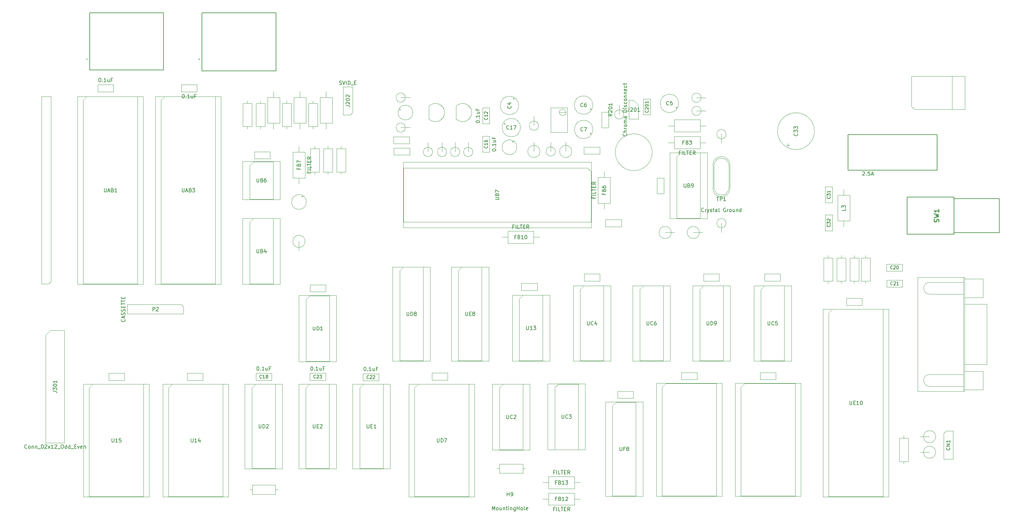
<source format=gbr>
%TF.GenerationSoftware,KiCad,Pcbnew,(6.0.4-0)*%
%TF.CreationDate,2022-08-07T13:12:03-04:00*%
%TF.ProjectId,VIC20Reloaded-1.1-002,56494332-3052-4656-9c6f-616465642d31,1.1-002E*%
%TF.SameCoordinates,Original*%
%TF.FileFunction,AssemblyDrawing,Top*%
%FSLAX46Y46*%
G04 Gerber Fmt 4.6, Leading zero omitted, Abs format (unit mm)*
G04 Created by KiCad (PCBNEW (6.0.4-0)) date 2022-08-07 13:12:03*
%MOMM*%
%LPD*%
G01*
G04 APERTURE LIST*
%ADD10C,0.150000*%
%ADD11C,0.129000*%
%ADD12C,0.254000*%
%ADD13C,0.100000*%
%ADD14C,0.127000*%
%ADD15C,0.200000*%
G04 APERTURE END LIST*
D10*
X177776142Y-48660666D02*
X177823761Y-48708285D01*
X177871380Y-48851142D01*
X177871380Y-48946380D01*
X177823761Y-49089238D01*
X177728523Y-49184476D01*
X177633285Y-49232095D01*
X177442809Y-49279714D01*
X177299952Y-49279714D01*
X177109476Y-49232095D01*
X177014238Y-49184476D01*
X176919000Y-49089238D01*
X176871380Y-48946380D01*
X176871380Y-48851142D01*
X176919000Y-48708285D01*
X176966619Y-48660666D01*
X177204714Y-47803523D02*
X177871380Y-47803523D01*
X176823761Y-48041619D02*
X177538047Y-48279714D01*
X177538047Y-47660666D01*
X220579333Y-48277142D02*
X220531714Y-48324761D01*
X220388857Y-48372380D01*
X220293619Y-48372380D01*
X220150761Y-48324761D01*
X220055523Y-48229523D01*
X220007904Y-48134285D01*
X219960285Y-47943809D01*
X219960285Y-47800952D01*
X220007904Y-47610476D01*
X220055523Y-47515238D01*
X220150761Y-47420000D01*
X220293619Y-47372380D01*
X220388857Y-47372380D01*
X220531714Y-47420000D01*
X220579333Y-47467619D01*
X221484095Y-47372380D02*
X221007904Y-47372380D01*
X220960285Y-47848571D01*
X221007904Y-47800952D01*
X221103142Y-47753333D01*
X221341238Y-47753333D01*
X221436476Y-47800952D01*
X221484095Y-47848571D01*
X221531714Y-47943809D01*
X221531714Y-48181904D01*
X221484095Y-48277142D01*
X221436476Y-48324761D01*
X221341238Y-48372380D01*
X221103142Y-48372380D01*
X221007904Y-48324761D01*
X220960285Y-48277142D01*
X197314333Y-48744142D02*
X197266714Y-48791761D01*
X197123857Y-48839380D01*
X197028619Y-48839380D01*
X196885761Y-48791761D01*
X196790523Y-48696523D01*
X196742904Y-48601285D01*
X196695285Y-48410809D01*
X196695285Y-48267952D01*
X196742904Y-48077476D01*
X196790523Y-47982238D01*
X196885761Y-47887000D01*
X197028619Y-47839380D01*
X197123857Y-47839380D01*
X197266714Y-47887000D01*
X197314333Y-47934619D01*
X198171476Y-47839380D02*
X197981000Y-47839380D01*
X197885761Y-47887000D01*
X197838142Y-47934619D01*
X197742904Y-48077476D01*
X197695285Y-48267952D01*
X197695285Y-48648904D01*
X197742904Y-48744142D01*
X197790523Y-48791761D01*
X197885761Y-48839380D01*
X198076238Y-48839380D01*
X198171476Y-48791761D01*
X198219095Y-48744142D01*
X198266714Y-48648904D01*
X198266714Y-48410809D01*
X198219095Y-48315571D01*
X198171476Y-48267952D01*
X198076238Y-48220333D01*
X197885761Y-48220333D01*
X197790523Y-48267952D01*
X197742904Y-48315571D01*
X197695285Y-48410809D01*
X172721380Y-60610857D02*
X172721380Y-60515619D01*
X172769000Y-60420380D01*
X172816619Y-60372761D01*
X172911857Y-60325142D01*
X173102333Y-60277523D01*
X173340428Y-60277523D01*
X173530904Y-60325142D01*
X173626142Y-60372761D01*
X173673761Y-60420380D01*
X173721380Y-60515619D01*
X173721380Y-60610857D01*
X173673761Y-60706095D01*
X173626142Y-60753714D01*
X173530904Y-60801333D01*
X173340428Y-60848952D01*
X173102333Y-60848952D01*
X172911857Y-60801333D01*
X172816619Y-60753714D01*
X172769000Y-60706095D01*
X172721380Y-60610857D01*
X173626142Y-59848952D02*
X173673761Y-59801333D01*
X173721380Y-59848952D01*
X173673761Y-59896571D01*
X173626142Y-59848952D01*
X173721380Y-59848952D01*
X173721380Y-58848952D02*
X173721380Y-59420380D01*
X173721380Y-59134666D02*
X172721380Y-59134666D01*
X172864238Y-59229904D01*
X172959476Y-59325142D01*
X173007095Y-59420380D01*
X173054714Y-57991809D02*
X173721380Y-57991809D01*
X173054714Y-58420380D02*
X173578523Y-58420380D01*
X173673761Y-58372761D01*
X173721380Y-58277523D01*
X173721380Y-58134666D01*
X173673761Y-58039428D01*
X173626142Y-57991809D01*
X173197571Y-57182285D02*
X173197571Y-57515619D01*
X173721380Y-57515619D02*
X172721380Y-57515619D01*
X172721380Y-57039428D01*
D11*
X171376142Y-59520857D02*
X171417095Y-59561809D01*
X171458047Y-59684666D01*
X171458047Y-59766571D01*
X171417095Y-59889428D01*
X171335190Y-59971333D01*
X171253285Y-60012285D01*
X171089476Y-60053238D01*
X170966619Y-60053238D01*
X170802809Y-60012285D01*
X170720904Y-59971333D01*
X170639000Y-59889428D01*
X170598047Y-59766571D01*
X170598047Y-59684666D01*
X170639000Y-59561809D01*
X170679952Y-59520857D01*
X171458047Y-58701809D02*
X171458047Y-59193238D01*
X171458047Y-58947523D02*
X170598047Y-58947523D01*
X170720904Y-59029428D01*
X170802809Y-59111333D01*
X170843761Y-59193238D01*
X170598047Y-57964666D02*
X170598047Y-58128476D01*
X170639000Y-58210380D01*
X170679952Y-58251333D01*
X170802809Y-58333238D01*
X170966619Y-58374190D01*
X171294238Y-58374190D01*
X171376142Y-58333238D01*
X171417095Y-58292285D01*
X171458047Y-58210380D01*
X171458047Y-58046571D01*
X171417095Y-57964666D01*
X171376142Y-57923714D01*
X171294238Y-57882761D01*
X171089476Y-57882761D01*
X171007571Y-57923714D01*
X170966619Y-57964666D01*
X170925666Y-58046571D01*
X170925666Y-58210380D01*
X170966619Y-58292285D01*
X171007571Y-58333238D01*
X171089476Y-58374190D01*
D10*
X177268142Y-54840142D02*
X177220523Y-54887761D01*
X177077666Y-54935380D01*
X176982428Y-54935380D01*
X176839571Y-54887761D01*
X176744333Y-54792523D01*
X176696714Y-54697285D01*
X176649095Y-54506809D01*
X176649095Y-54363952D01*
X176696714Y-54173476D01*
X176744333Y-54078238D01*
X176839571Y-53983000D01*
X176982428Y-53935380D01*
X177077666Y-53935380D01*
X177220523Y-53983000D01*
X177268142Y-54030619D01*
X178220523Y-54935380D02*
X177649095Y-54935380D01*
X177934809Y-54935380D02*
X177934809Y-53935380D01*
X177839571Y-54078238D01*
X177744333Y-54173476D01*
X177649095Y-54221095D01*
X178553857Y-53935380D02*
X179220523Y-53935380D01*
X178791952Y-54935380D01*
X109221142Y-119299380D02*
X109316380Y-119299380D01*
X109411619Y-119347000D01*
X109459238Y-119394619D01*
X109506857Y-119489857D01*
X109554476Y-119680333D01*
X109554476Y-119918428D01*
X109506857Y-120108904D01*
X109459238Y-120204142D01*
X109411619Y-120251761D01*
X109316380Y-120299380D01*
X109221142Y-120299380D01*
X109125904Y-120251761D01*
X109078285Y-120204142D01*
X109030666Y-120108904D01*
X108983047Y-119918428D01*
X108983047Y-119680333D01*
X109030666Y-119489857D01*
X109078285Y-119394619D01*
X109125904Y-119347000D01*
X109221142Y-119299380D01*
X109983047Y-120204142D02*
X110030666Y-120251761D01*
X109983047Y-120299380D01*
X109935428Y-120251761D01*
X109983047Y-120204142D01*
X109983047Y-120299380D01*
X110983047Y-120299380D02*
X110411619Y-120299380D01*
X110697333Y-120299380D02*
X110697333Y-119299380D01*
X110602095Y-119442238D01*
X110506857Y-119537476D01*
X110411619Y-119585095D01*
X111840190Y-119632714D02*
X111840190Y-120299380D01*
X111411619Y-119632714D02*
X111411619Y-120156523D01*
X111459238Y-120251761D01*
X111554476Y-120299380D01*
X111697333Y-120299380D01*
X111792571Y-120251761D01*
X111840190Y-120204142D01*
X112649714Y-119775571D02*
X112316380Y-119775571D01*
X112316380Y-120299380D02*
X112316380Y-119299380D01*
X112792571Y-119299380D01*
D11*
X110311142Y-122354142D02*
X110270190Y-122395095D01*
X110147333Y-122436047D01*
X110065428Y-122436047D01*
X109942571Y-122395095D01*
X109860666Y-122313190D01*
X109819714Y-122231285D01*
X109778761Y-122067476D01*
X109778761Y-121944619D01*
X109819714Y-121780809D01*
X109860666Y-121698904D01*
X109942571Y-121617000D01*
X110065428Y-121576047D01*
X110147333Y-121576047D01*
X110270190Y-121617000D01*
X110311142Y-121657952D01*
X111130190Y-122436047D02*
X110638761Y-122436047D01*
X110884476Y-122436047D02*
X110884476Y-121576047D01*
X110802571Y-121698904D01*
X110720666Y-121780809D01*
X110638761Y-121821761D01*
X111621619Y-121944619D02*
X111539714Y-121903666D01*
X111498761Y-121862714D01*
X111457809Y-121780809D01*
X111457809Y-121739857D01*
X111498761Y-121657952D01*
X111539714Y-121617000D01*
X111621619Y-121576047D01*
X111785428Y-121576047D01*
X111867333Y-121617000D01*
X111908285Y-121657952D01*
X111949238Y-121739857D01*
X111949238Y-121780809D01*
X111908285Y-121862714D01*
X111867333Y-121903666D01*
X111785428Y-121944619D01*
X111621619Y-121944619D01*
X111539714Y-121985571D01*
X111498761Y-122026523D01*
X111457809Y-122108428D01*
X111457809Y-122272238D01*
X111498761Y-122354142D01*
X111539714Y-122395095D01*
X111621619Y-122436047D01*
X111785428Y-122436047D01*
X111867333Y-122395095D01*
X111908285Y-122354142D01*
X111949238Y-122272238D01*
X111949238Y-122108428D01*
X111908285Y-122026523D01*
X111867333Y-121985571D01*
X111785428Y-121944619D01*
X281133142Y-92763142D02*
X281092190Y-92804095D01*
X280969333Y-92845047D01*
X280887428Y-92845047D01*
X280764571Y-92804095D01*
X280682666Y-92722190D01*
X280641714Y-92640285D01*
X280600761Y-92476476D01*
X280600761Y-92353619D01*
X280641714Y-92189809D01*
X280682666Y-92107904D01*
X280764571Y-92026000D01*
X280887428Y-91985047D01*
X280969333Y-91985047D01*
X281092190Y-92026000D01*
X281133142Y-92066952D01*
X281460761Y-92066952D02*
X281501714Y-92026000D01*
X281583619Y-91985047D01*
X281788380Y-91985047D01*
X281870285Y-92026000D01*
X281911238Y-92066952D01*
X281952190Y-92148857D01*
X281952190Y-92230761D01*
X281911238Y-92353619D01*
X281419809Y-92845047D01*
X281952190Y-92845047D01*
X282484571Y-91985047D02*
X282566476Y-91985047D01*
X282648380Y-92026000D01*
X282689333Y-92066952D01*
X282730285Y-92148857D01*
X282771238Y-92312666D01*
X282771238Y-92517428D01*
X282730285Y-92681238D01*
X282689333Y-92763142D01*
X282648380Y-92804095D01*
X282566476Y-92845047D01*
X282484571Y-92845047D01*
X282402666Y-92804095D01*
X282361714Y-92763142D01*
X282320761Y-92681238D01*
X282279809Y-92517428D01*
X282279809Y-92312666D01*
X282320761Y-92148857D01*
X282361714Y-92066952D01*
X282402666Y-92026000D01*
X282484571Y-91985047D01*
X281173142Y-97081142D02*
X281132190Y-97122095D01*
X281009333Y-97163047D01*
X280927428Y-97163047D01*
X280804571Y-97122095D01*
X280722666Y-97040190D01*
X280681714Y-96958285D01*
X280640761Y-96794476D01*
X280640761Y-96671619D01*
X280681714Y-96507809D01*
X280722666Y-96425904D01*
X280804571Y-96344000D01*
X280927428Y-96303047D01*
X281009333Y-96303047D01*
X281132190Y-96344000D01*
X281173142Y-96384952D01*
X281500761Y-96384952D02*
X281541714Y-96344000D01*
X281623619Y-96303047D01*
X281828380Y-96303047D01*
X281910285Y-96344000D01*
X281951238Y-96384952D01*
X281992190Y-96466857D01*
X281992190Y-96548761D01*
X281951238Y-96671619D01*
X281459809Y-97163047D01*
X281992190Y-97163047D01*
X282811238Y-97163047D02*
X282319809Y-97163047D01*
X282565523Y-97163047D02*
X282565523Y-96303047D01*
X282483619Y-96425904D01*
X282401714Y-96507809D01*
X282319809Y-96548761D01*
D10*
X138224142Y-119426380D02*
X138319380Y-119426380D01*
X138414619Y-119474000D01*
X138462238Y-119521619D01*
X138509857Y-119616857D01*
X138557476Y-119807333D01*
X138557476Y-120045428D01*
X138509857Y-120235904D01*
X138462238Y-120331142D01*
X138414619Y-120378761D01*
X138319380Y-120426380D01*
X138224142Y-120426380D01*
X138128904Y-120378761D01*
X138081285Y-120331142D01*
X138033666Y-120235904D01*
X137986047Y-120045428D01*
X137986047Y-119807333D01*
X138033666Y-119616857D01*
X138081285Y-119521619D01*
X138128904Y-119474000D01*
X138224142Y-119426380D01*
X138986047Y-120331142D02*
X139033666Y-120378761D01*
X138986047Y-120426380D01*
X138938428Y-120378761D01*
X138986047Y-120331142D01*
X138986047Y-120426380D01*
X139986047Y-120426380D02*
X139414619Y-120426380D01*
X139700333Y-120426380D02*
X139700333Y-119426380D01*
X139605095Y-119569238D01*
X139509857Y-119664476D01*
X139414619Y-119712095D01*
X140843190Y-119759714D02*
X140843190Y-120426380D01*
X140414619Y-119759714D02*
X140414619Y-120283523D01*
X140462238Y-120378761D01*
X140557476Y-120426380D01*
X140700333Y-120426380D01*
X140795571Y-120378761D01*
X140843190Y-120331142D01*
X141652714Y-119902571D02*
X141319380Y-119902571D01*
X141319380Y-120426380D02*
X141319380Y-119426380D01*
X141795571Y-119426380D01*
D11*
X139314142Y-122481142D02*
X139273190Y-122522095D01*
X139150333Y-122563047D01*
X139068428Y-122563047D01*
X138945571Y-122522095D01*
X138863666Y-122440190D01*
X138822714Y-122358285D01*
X138781761Y-122194476D01*
X138781761Y-122071619D01*
X138822714Y-121907809D01*
X138863666Y-121825904D01*
X138945571Y-121744000D01*
X139068428Y-121703047D01*
X139150333Y-121703047D01*
X139273190Y-121744000D01*
X139314142Y-121784952D01*
X139641761Y-121784952D02*
X139682714Y-121744000D01*
X139764619Y-121703047D01*
X139969380Y-121703047D01*
X140051285Y-121744000D01*
X140092238Y-121784952D01*
X140133190Y-121866857D01*
X140133190Y-121948761D01*
X140092238Y-122071619D01*
X139600809Y-122563047D01*
X140133190Y-122563047D01*
X140460809Y-121784952D02*
X140501761Y-121744000D01*
X140583666Y-121703047D01*
X140788428Y-121703047D01*
X140870333Y-121744000D01*
X140911285Y-121784952D01*
X140952238Y-121866857D01*
X140952238Y-121948761D01*
X140911285Y-122071619D01*
X140419857Y-122563047D01*
X140952238Y-122563047D01*
D10*
X123826142Y-119299380D02*
X123921380Y-119299380D01*
X124016619Y-119347000D01*
X124064238Y-119394619D01*
X124111857Y-119489857D01*
X124159476Y-119680333D01*
X124159476Y-119918428D01*
X124111857Y-120108904D01*
X124064238Y-120204142D01*
X124016619Y-120251761D01*
X123921380Y-120299380D01*
X123826142Y-120299380D01*
X123730904Y-120251761D01*
X123683285Y-120204142D01*
X123635666Y-120108904D01*
X123588047Y-119918428D01*
X123588047Y-119680333D01*
X123635666Y-119489857D01*
X123683285Y-119394619D01*
X123730904Y-119347000D01*
X123826142Y-119299380D01*
X124588047Y-120204142D02*
X124635666Y-120251761D01*
X124588047Y-120299380D01*
X124540428Y-120251761D01*
X124588047Y-120204142D01*
X124588047Y-120299380D01*
X125588047Y-120299380D02*
X125016619Y-120299380D01*
X125302333Y-120299380D02*
X125302333Y-119299380D01*
X125207095Y-119442238D01*
X125111857Y-119537476D01*
X125016619Y-119585095D01*
X126445190Y-119632714D02*
X126445190Y-120299380D01*
X126016619Y-119632714D02*
X126016619Y-120156523D01*
X126064238Y-120251761D01*
X126159476Y-120299380D01*
X126302333Y-120299380D01*
X126397571Y-120251761D01*
X126445190Y-120204142D01*
X127254714Y-119775571D02*
X126921380Y-119775571D01*
X126921380Y-120299380D02*
X126921380Y-119299380D01*
X127397571Y-119299380D01*
D11*
X124916142Y-122354142D02*
X124875190Y-122395095D01*
X124752333Y-122436047D01*
X124670428Y-122436047D01*
X124547571Y-122395095D01*
X124465666Y-122313190D01*
X124424714Y-122231285D01*
X124383761Y-122067476D01*
X124383761Y-121944619D01*
X124424714Y-121780809D01*
X124465666Y-121698904D01*
X124547571Y-121617000D01*
X124670428Y-121576047D01*
X124752333Y-121576047D01*
X124875190Y-121617000D01*
X124916142Y-121657952D01*
X125243761Y-121657952D02*
X125284714Y-121617000D01*
X125366619Y-121576047D01*
X125571380Y-121576047D01*
X125653285Y-121617000D01*
X125694238Y-121657952D01*
X125735190Y-121739857D01*
X125735190Y-121821761D01*
X125694238Y-121944619D01*
X125202809Y-122436047D01*
X125735190Y-122436047D01*
X126021857Y-121576047D02*
X126554238Y-121576047D01*
X126267571Y-121903666D01*
X126390428Y-121903666D01*
X126472333Y-121944619D01*
X126513285Y-121985571D01*
X126554238Y-122067476D01*
X126554238Y-122272238D01*
X126513285Y-122354142D01*
X126472333Y-122395095D01*
X126390428Y-122436047D01*
X126144714Y-122436047D01*
X126062809Y-122395095D01*
X126021857Y-122354142D01*
D10*
X88995142Y-45467380D02*
X89090380Y-45467380D01*
X89185619Y-45515000D01*
X89233238Y-45562619D01*
X89280857Y-45657857D01*
X89328476Y-45848333D01*
X89328476Y-46086428D01*
X89280857Y-46276904D01*
X89233238Y-46372142D01*
X89185619Y-46419761D01*
X89090380Y-46467380D01*
X88995142Y-46467380D01*
X88899904Y-46419761D01*
X88852285Y-46372142D01*
X88804666Y-46276904D01*
X88757047Y-46086428D01*
X88757047Y-45848333D01*
X88804666Y-45657857D01*
X88852285Y-45562619D01*
X88899904Y-45515000D01*
X88995142Y-45467380D01*
X89757047Y-46372142D02*
X89804666Y-46419761D01*
X89757047Y-46467380D01*
X89709428Y-46419761D01*
X89757047Y-46372142D01*
X89757047Y-46467380D01*
X90757047Y-46467380D02*
X90185619Y-46467380D01*
X90471333Y-46467380D02*
X90471333Y-45467380D01*
X90376095Y-45610238D01*
X90280857Y-45705476D01*
X90185619Y-45753095D01*
X91614190Y-45800714D02*
X91614190Y-46467380D01*
X91185619Y-45800714D02*
X91185619Y-46324523D01*
X91233238Y-46419761D01*
X91328476Y-46467380D01*
X91471333Y-46467380D01*
X91566571Y-46419761D01*
X91614190Y-46372142D01*
X92423714Y-45943571D02*
X92090380Y-45943571D01*
X92090380Y-46467380D02*
X92090380Y-45467380D01*
X92566571Y-45467380D01*
X66389142Y-41067380D02*
X66484380Y-41067380D01*
X66579619Y-41115000D01*
X66627238Y-41162619D01*
X66674857Y-41257857D01*
X66722476Y-41448333D01*
X66722476Y-41686428D01*
X66674857Y-41876904D01*
X66627238Y-41972142D01*
X66579619Y-42019761D01*
X66484380Y-42067380D01*
X66389142Y-42067380D01*
X66293904Y-42019761D01*
X66246285Y-41972142D01*
X66198666Y-41876904D01*
X66151047Y-41686428D01*
X66151047Y-41448333D01*
X66198666Y-41257857D01*
X66246285Y-41162619D01*
X66293904Y-41115000D01*
X66389142Y-41067380D01*
X67151047Y-41972142D02*
X67198666Y-42019761D01*
X67151047Y-42067380D01*
X67103428Y-42019761D01*
X67151047Y-41972142D01*
X67151047Y-42067380D01*
X68151047Y-42067380D02*
X67579619Y-42067380D01*
X67865333Y-42067380D02*
X67865333Y-41067380D01*
X67770095Y-41210238D01*
X67674857Y-41305476D01*
X67579619Y-41353095D01*
X69008190Y-41400714D02*
X69008190Y-42067380D01*
X68579619Y-41400714D02*
X68579619Y-41924523D01*
X68627238Y-42019761D01*
X68722476Y-42067380D01*
X68865333Y-42067380D01*
X68960571Y-42019761D01*
X69008190Y-41972142D01*
X69817714Y-41543571D02*
X69484380Y-41543571D01*
X69484380Y-42067380D02*
X69484380Y-41067380D01*
X69960571Y-41067380D01*
X223696666Y-61286571D02*
X223363333Y-61286571D01*
X223363333Y-61810380D02*
X223363333Y-60810380D01*
X223839523Y-60810380D01*
X224220476Y-61810380D02*
X224220476Y-60810380D01*
X225172857Y-61810380D02*
X224696666Y-61810380D01*
X224696666Y-60810380D01*
X225363333Y-60810380D02*
X225934761Y-60810380D01*
X225649047Y-61810380D02*
X225649047Y-60810380D01*
X226268095Y-61286571D02*
X226601428Y-61286571D01*
X226744285Y-61810380D02*
X226268095Y-61810380D01*
X226268095Y-60810380D01*
X226744285Y-60810380D01*
X227744285Y-61810380D02*
X227410952Y-61334190D01*
X227172857Y-61810380D02*
X227172857Y-60810380D01*
X227553809Y-60810380D01*
X227649047Y-60858000D01*
X227696666Y-60905619D01*
X227744285Y-61000857D01*
X227744285Y-61143714D01*
X227696666Y-61238952D01*
X227649047Y-61286571D01*
X227553809Y-61334190D01*
X227172857Y-61334190D01*
X224696666Y-58516571D02*
X224363333Y-58516571D01*
X224363333Y-59040380D02*
X224363333Y-58040380D01*
X224839523Y-58040380D01*
X225553809Y-58516571D02*
X225696666Y-58564190D01*
X225744285Y-58611809D01*
X225791904Y-58707047D01*
X225791904Y-58849904D01*
X225744285Y-58945142D01*
X225696666Y-58992761D01*
X225601428Y-59040380D01*
X225220476Y-59040380D01*
X225220476Y-58040380D01*
X225553809Y-58040380D01*
X225649047Y-58088000D01*
X225696666Y-58135619D01*
X225744285Y-58230857D01*
X225744285Y-58326095D01*
X225696666Y-58421333D01*
X225649047Y-58468952D01*
X225553809Y-58516571D01*
X225220476Y-58516571D01*
X226125238Y-58040380D02*
X226744285Y-58040380D01*
X226410952Y-58421333D01*
X226553809Y-58421333D01*
X226649047Y-58468952D01*
X226696666Y-58516571D01*
X226744285Y-58611809D01*
X226744285Y-58849904D01*
X226696666Y-58945142D01*
X226649047Y-58992761D01*
X226553809Y-59040380D01*
X226268095Y-59040380D01*
X226172857Y-58992761D01*
X226125238Y-58945142D01*
X123094571Y-66476333D02*
X123094571Y-66809666D01*
X123618380Y-66809666D02*
X122618380Y-66809666D01*
X122618380Y-66333476D01*
X123618380Y-65952523D02*
X122618380Y-65952523D01*
X123618380Y-65000142D02*
X123618380Y-65476333D01*
X122618380Y-65476333D01*
X122618380Y-64809666D02*
X122618380Y-64238238D01*
X123618380Y-64523952D02*
X122618380Y-64523952D01*
X123094571Y-63904904D02*
X123094571Y-63571571D01*
X123618380Y-63428714D02*
X123618380Y-63904904D01*
X122618380Y-63904904D01*
X122618380Y-63428714D01*
X123618380Y-62428714D02*
X123142190Y-62762047D01*
X123618380Y-63000142D02*
X122618380Y-63000142D01*
X122618380Y-62619190D01*
X122666000Y-62523952D01*
X122713619Y-62476333D01*
X122808857Y-62428714D01*
X122951714Y-62428714D01*
X123046952Y-62476333D01*
X123094571Y-62523952D01*
X123142190Y-62619190D01*
X123142190Y-63000142D01*
X120324571Y-65476333D02*
X120324571Y-65809666D01*
X120848380Y-65809666D02*
X119848380Y-65809666D01*
X119848380Y-65333476D01*
X120324571Y-64619190D02*
X120372190Y-64476333D01*
X120419809Y-64428714D01*
X120515047Y-64381095D01*
X120657904Y-64381095D01*
X120753142Y-64428714D01*
X120800761Y-64476333D01*
X120848380Y-64571571D01*
X120848380Y-64952523D01*
X119848380Y-64952523D01*
X119848380Y-64619190D01*
X119896000Y-64523952D01*
X119943619Y-64476333D01*
X120038857Y-64428714D01*
X120134095Y-64428714D01*
X120229333Y-64476333D01*
X120276952Y-64523952D01*
X120324571Y-64619190D01*
X120324571Y-64952523D01*
X119848380Y-64047761D02*
X119848380Y-63381095D01*
X120848380Y-63809666D01*
X178633666Y-81359571D02*
X178300333Y-81359571D01*
X178300333Y-81883380D02*
X178300333Y-80883380D01*
X178776523Y-80883380D01*
X179157476Y-81883380D02*
X179157476Y-80883380D01*
X180109857Y-81883380D02*
X179633666Y-81883380D01*
X179633666Y-80883380D01*
X180300333Y-80883380D02*
X180871761Y-80883380D01*
X180586047Y-81883380D02*
X180586047Y-80883380D01*
X181205095Y-81359571D02*
X181538428Y-81359571D01*
X181681285Y-81883380D02*
X181205095Y-81883380D01*
X181205095Y-80883380D01*
X181681285Y-80883380D01*
X182681285Y-81883380D02*
X182347952Y-81407190D01*
X182109857Y-81883380D02*
X182109857Y-80883380D01*
X182490809Y-80883380D01*
X182586047Y-80931000D01*
X182633666Y-80978619D01*
X182681285Y-81073857D01*
X182681285Y-81216714D01*
X182633666Y-81311952D01*
X182586047Y-81359571D01*
X182490809Y-81407190D01*
X182109857Y-81407190D01*
X179157476Y-84129571D02*
X178824142Y-84129571D01*
X178824142Y-84653380D02*
X178824142Y-83653380D01*
X179300333Y-83653380D01*
X180014619Y-84129571D02*
X180157476Y-84177190D01*
X180205095Y-84224809D01*
X180252714Y-84320047D01*
X180252714Y-84462904D01*
X180205095Y-84558142D01*
X180157476Y-84605761D01*
X180062238Y-84653380D01*
X179681285Y-84653380D01*
X179681285Y-83653380D01*
X180014619Y-83653380D01*
X180109857Y-83701000D01*
X180157476Y-83748619D01*
X180205095Y-83843857D01*
X180205095Y-83939095D01*
X180157476Y-84034333D01*
X180109857Y-84081952D01*
X180014619Y-84129571D01*
X179681285Y-84129571D01*
X181205095Y-84653380D02*
X180633666Y-84653380D01*
X180919380Y-84653380D02*
X180919380Y-83653380D01*
X180824142Y-83796238D01*
X180728904Y-83891476D01*
X180633666Y-83939095D01*
X181824142Y-83653380D02*
X181919380Y-83653380D01*
X182014619Y-83701000D01*
X182062238Y-83748619D01*
X182109857Y-83843857D01*
X182157476Y-84034333D01*
X182157476Y-84272428D01*
X182109857Y-84462904D01*
X182062238Y-84558142D01*
X182014619Y-84605761D01*
X181919380Y-84653380D01*
X181824142Y-84653380D01*
X181728904Y-84605761D01*
X181681285Y-84558142D01*
X181633666Y-84462904D01*
X181586047Y-84272428D01*
X181586047Y-84034333D01*
X181633666Y-83843857D01*
X181681285Y-83748619D01*
X181728904Y-83701000D01*
X181824142Y-83653380D01*
X189682666Y-157892571D02*
X189349333Y-157892571D01*
X189349333Y-158416380D02*
X189349333Y-157416380D01*
X189825523Y-157416380D01*
X190206476Y-158416380D02*
X190206476Y-157416380D01*
X191158857Y-158416380D02*
X190682666Y-158416380D01*
X190682666Y-157416380D01*
X191349333Y-157416380D02*
X191920761Y-157416380D01*
X191635047Y-158416380D02*
X191635047Y-157416380D01*
X192254095Y-157892571D02*
X192587428Y-157892571D01*
X192730285Y-158416380D02*
X192254095Y-158416380D01*
X192254095Y-157416380D01*
X192730285Y-157416380D01*
X193730285Y-158416380D02*
X193396952Y-157940190D01*
X193158857Y-158416380D02*
X193158857Y-157416380D01*
X193539809Y-157416380D01*
X193635047Y-157464000D01*
X193682666Y-157511619D01*
X193730285Y-157606857D01*
X193730285Y-157749714D01*
X193682666Y-157844952D01*
X193635047Y-157892571D01*
X193539809Y-157940190D01*
X193158857Y-157940190D01*
X190206476Y-155122571D02*
X189873142Y-155122571D01*
X189873142Y-155646380D02*
X189873142Y-154646380D01*
X190349333Y-154646380D01*
X191063619Y-155122571D02*
X191206476Y-155170190D01*
X191254095Y-155217809D01*
X191301714Y-155313047D01*
X191301714Y-155455904D01*
X191254095Y-155551142D01*
X191206476Y-155598761D01*
X191111238Y-155646380D01*
X190730285Y-155646380D01*
X190730285Y-154646380D01*
X191063619Y-154646380D01*
X191158857Y-154694000D01*
X191206476Y-154741619D01*
X191254095Y-154836857D01*
X191254095Y-154932095D01*
X191206476Y-155027333D01*
X191158857Y-155074952D01*
X191063619Y-155122571D01*
X190730285Y-155122571D01*
X192254095Y-155646380D02*
X191682666Y-155646380D01*
X191968380Y-155646380D02*
X191968380Y-154646380D01*
X191873142Y-154789238D01*
X191777904Y-154884476D01*
X191682666Y-154932095D01*
X192635047Y-154741619D02*
X192682666Y-154694000D01*
X192777904Y-154646380D01*
X193016000Y-154646380D01*
X193111238Y-154694000D01*
X193158857Y-154741619D01*
X193206476Y-154836857D01*
X193206476Y-154932095D01*
X193158857Y-155074952D01*
X192587428Y-155646380D01*
X193206476Y-155646380D01*
X189682666Y-147907571D02*
X189349333Y-147907571D01*
X189349333Y-148431380D02*
X189349333Y-147431380D01*
X189825523Y-147431380D01*
X190206476Y-148431380D02*
X190206476Y-147431380D01*
X191158857Y-148431380D02*
X190682666Y-148431380D01*
X190682666Y-147431380D01*
X191349333Y-147431380D02*
X191920761Y-147431380D01*
X191635047Y-148431380D02*
X191635047Y-147431380D01*
X192254095Y-147907571D02*
X192587428Y-147907571D01*
X192730285Y-148431380D02*
X192254095Y-148431380D01*
X192254095Y-147431380D01*
X192730285Y-147431380D01*
X193730285Y-148431380D02*
X193396952Y-147955190D01*
X193158857Y-148431380D02*
X193158857Y-147431380D01*
X193539809Y-147431380D01*
X193635047Y-147479000D01*
X193682666Y-147526619D01*
X193730285Y-147621857D01*
X193730285Y-147764714D01*
X193682666Y-147859952D01*
X193635047Y-147907571D01*
X193539809Y-147955190D01*
X193158857Y-147955190D01*
X190206476Y-150677571D02*
X189873142Y-150677571D01*
X189873142Y-151201380D02*
X189873142Y-150201380D01*
X190349333Y-150201380D01*
X191063619Y-150677571D02*
X191206476Y-150725190D01*
X191254095Y-150772809D01*
X191301714Y-150868047D01*
X191301714Y-151010904D01*
X191254095Y-151106142D01*
X191206476Y-151153761D01*
X191111238Y-151201380D01*
X190730285Y-151201380D01*
X190730285Y-150201380D01*
X191063619Y-150201380D01*
X191158857Y-150249000D01*
X191206476Y-150296619D01*
X191254095Y-150391857D01*
X191254095Y-150487095D01*
X191206476Y-150582333D01*
X191158857Y-150629952D01*
X191063619Y-150677571D01*
X190730285Y-150677571D01*
X192254095Y-151201380D02*
X191682666Y-151201380D01*
X191968380Y-151201380D02*
X191968380Y-150201380D01*
X191873142Y-150344238D01*
X191777904Y-150439476D01*
X191682666Y-150487095D01*
X192587428Y-150201380D02*
X193206476Y-150201380D01*
X192873142Y-150582333D01*
X193016000Y-150582333D01*
X193111238Y-150629952D01*
X193158857Y-150677571D01*
X193206476Y-150772809D01*
X193206476Y-151010904D01*
X193158857Y-151106142D01*
X193111238Y-151153761D01*
X193016000Y-151201380D01*
X192730285Y-151201380D01*
X192635047Y-151153761D01*
X192587428Y-151106142D01*
X91170904Y-138771380D02*
X91170904Y-139580904D01*
X91218523Y-139676142D01*
X91266142Y-139723761D01*
X91361380Y-139771380D01*
X91551857Y-139771380D01*
X91647095Y-139723761D01*
X91694714Y-139676142D01*
X91742333Y-139580904D01*
X91742333Y-138771380D01*
X92742333Y-139771380D02*
X92170904Y-139771380D01*
X92456619Y-139771380D02*
X92456619Y-138771380D01*
X92361380Y-138914238D01*
X92266142Y-139009476D01*
X92170904Y-139057095D01*
X93599476Y-139104714D02*
X93599476Y-139771380D01*
X93361380Y-138723761D02*
X93123285Y-139438047D01*
X93742333Y-139438047D01*
X69707904Y-138771380D02*
X69707904Y-139580904D01*
X69755523Y-139676142D01*
X69803142Y-139723761D01*
X69898380Y-139771380D01*
X70088857Y-139771380D01*
X70184095Y-139723761D01*
X70231714Y-139676142D01*
X70279333Y-139580904D01*
X70279333Y-138771380D01*
X71279333Y-139771380D02*
X70707904Y-139771380D01*
X70993619Y-139771380D02*
X70993619Y-138771380D01*
X70898380Y-138914238D01*
X70803142Y-139009476D01*
X70707904Y-139057095D01*
X72184095Y-138771380D02*
X71707904Y-138771380D01*
X71660285Y-139247571D01*
X71707904Y-139199952D01*
X71803142Y-139152333D01*
X72041238Y-139152333D01*
X72136476Y-139199952D01*
X72184095Y-139247571D01*
X72231714Y-139342809D01*
X72231714Y-139580904D01*
X72184095Y-139676142D01*
X72136476Y-139723761D01*
X72041238Y-139771380D01*
X71803142Y-139771380D01*
X71707904Y-139723761D01*
X71660285Y-139676142D01*
X67651523Y-70953380D02*
X67651523Y-71762904D01*
X67699142Y-71858142D01*
X67746761Y-71905761D01*
X67842000Y-71953380D01*
X68032476Y-71953380D01*
X68127714Y-71905761D01*
X68175333Y-71858142D01*
X68222952Y-71762904D01*
X68222952Y-70953380D01*
X68651523Y-71667666D02*
X69127714Y-71667666D01*
X68556285Y-71953380D02*
X68889619Y-70953380D01*
X69222952Y-71953380D01*
X69889619Y-71429571D02*
X70032476Y-71477190D01*
X70080095Y-71524809D01*
X70127714Y-71620047D01*
X70127714Y-71762904D01*
X70080095Y-71858142D01*
X70032476Y-71905761D01*
X69937238Y-71953380D01*
X69556285Y-71953380D01*
X69556285Y-70953380D01*
X69889619Y-70953380D01*
X69984857Y-71001000D01*
X70032476Y-71048619D01*
X70080095Y-71143857D01*
X70080095Y-71239095D01*
X70032476Y-71334333D01*
X69984857Y-71381952D01*
X69889619Y-71429571D01*
X69556285Y-71429571D01*
X71080095Y-71953380D02*
X70508666Y-71953380D01*
X70794380Y-71953380D02*
X70794380Y-70953380D01*
X70699142Y-71096238D01*
X70603904Y-71191476D01*
X70508666Y-71239095D01*
X88733523Y-70953380D02*
X88733523Y-71762904D01*
X88781142Y-71858142D01*
X88828761Y-71905761D01*
X88924000Y-71953380D01*
X89114476Y-71953380D01*
X89209714Y-71905761D01*
X89257333Y-71858142D01*
X89304952Y-71762904D01*
X89304952Y-70953380D01*
X89733523Y-71667666D02*
X90209714Y-71667666D01*
X89638285Y-71953380D02*
X89971619Y-70953380D01*
X90304952Y-71953380D01*
X90971619Y-71429571D02*
X91114476Y-71477190D01*
X91162095Y-71524809D01*
X91209714Y-71620047D01*
X91209714Y-71762904D01*
X91162095Y-71858142D01*
X91114476Y-71905761D01*
X91019238Y-71953380D01*
X90638285Y-71953380D01*
X90638285Y-70953380D01*
X90971619Y-70953380D01*
X91066857Y-71001000D01*
X91114476Y-71048619D01*
X91162095Y-71143857D01*
X91162095Y-71239095D01*
X91114476Y-71334333D01*
X91066857Y-71381952D01*
X90971619Y-71429571D01*
X90638285Y-71429571D01*
X91543047Y-70953380D02*
X92162095Y-70953380D01*
X91828761Y-71334333D01*
X91971619Y-71334333D01*
X92066857Y-71381952D01*
X92114476Y-71429571D01*
X92162095Y-71524809D01*
X92162095Y-71762904D01*
X92114476Y-71858142D01*
X92066857Y-71905761D01*
X91971619Y-71953380D01*
X91685904Y-71953380D01*
X91590666Y-71905761D01*
X91543047Y-71858142D01*
X108974095Y-68286380D02*
X108974095Y-69095904D01*
X109021714Y-69191142D01*
X109069333Y-69238761D01*
X109164571Y-69286380D01*
X109355047Y-69286380D01*
X109450285Y-69238761D01*
X109497904Y-69191142D01*
X109545523Y-69095904D01*
X109545523Y-68286380D01*
X110355047Y-68762571D02*
X110497904Y-68810190D01*
X110545523Y-68857809D01*
X110593142Y-68953047D01*
X110593142Y-69095904D01*
X110545523Y-69191142D01*
X110497904Y-69238761D01*
X110402666Y-69286380D01*
X110021714Y-69286380D01*
X110021714Y-68286380D01*
X110355047Y-68286380D01*
X110450285Y-68334000D01*
X110497904Y-68381619D01*
X110545523Y-68476857D01*
X110545523Y-68572095D01*
X110497904Y-68667333D01*
X110450285Y-68714952D01*
X110355047Y-68762571D01*
X110021714Y-68762571D01*
X111450285Y-68286380D02*
X111259809Y-68286380D01*
X111164571Y-68334000D01*
X111116952Y-68381619D01*
X111021714Y-68524476D01*
X110974095Y-68714952D01*
X110974095Y-69095904D01*
X111021714Y-69191142D01*
X111069333Y-69238761D01*
X111164571Y-69286380D01*
X111355047Y-69286380D01*
X111450285Y-69238761D01*
X111497904Y-69191142D01*
X111545523Y-69095904D01*
X111545523Y-68857809D01*
X111497904Y-68762571D01*
X111450285Y-68714952D01*
X111355047Y-68667333D01*
X111164571Y-68667333D01*
X111069333Y-68714952D01*
X111021714Y-68762571D01*
X110974095Y-68857809D01*
X173569380Y-74032904D02*
X174378904Y-74032904D01*
X174474142Y-73985285D01*
X174521761Y-73937666D01*
X174569380Y-73842428D01*
X174569380Y-73651952D01*
X174521761Y-73556714D01*
X174474142Y-73509095D01*
X174378904Y-73461476D01*
X173569380Y-73461476D01*
X174045571Y-72651952D02*
X174093190Y-72509095D01*
X174140809Y-72461476D01*
X174236047Y-72413857D01*
X174378904Y-72413857D01*
X174474142Y-72461476D01*
X174521761Y-72509095D01*
X174569380Y-72604333D01*
X174569380Y-72985285D01*
X173569380Y-72985285D01*
X173569380Y-72651952D01*
X173617000Y-72556714D01*
X173664619Y-72509095D01*
X173759857Y-72461476D01*
X173855095Y-72461476D01*
X173950333Y-72509095D01*
X173997952Y-72556714D01*
X174045571Y-72651952D01*
X174045571Y-72985285D01*
X173569380Y-72080523D02*
X173569380Y-71413857D01*
X174569380Y-71842428D01*
X224671095Y-69683380D02*
X224671095Y-70492904D01*
X224718714Y-70588142D01*
X224766333Y-70635761D01*
X224861571Y-70683380D01*
X225052047Y-70683380D01*
X225147285Y-70635761D01*
X225194904Y-70588142D01*
X225242523Y-70492904D01*
X225242523Y-69683380D01*
X226052047Y-70159571D02*
X226194904Y-70207190D01*
X226242523Y-70254809D01*
X226290142Y-70350047D01*
X226290142Y-70492904D01*
X226242523Y-70588142D01*
X226194904Y-70635761D01*
X226099666Y-70683380D01*
X225718714Y-70683380D01*
X225718714Y-69683380D01*
X226052047Y-69683380D01*
X226147285Y-69731000D01*
X226194904Y-69778619D01*
X226242523Y-69873857D01*
X226242523Y-69969095D01*
X226194904Y-70064333D01*
X226147285Y-70111952D01*
X226052047Y-70159571D01*
X225718714Y-70159571D01*
X226766333Y-70683380D02*
X226956809Y-70683380D01*
X227052047Y-70635761D01*
X227099666Y-70588142D01*
X227194904Y-70445285D01*
X227242523Y-70254809D01*
X227242523Y-69873857D01*
X227194904Y-69778619D01*
X227147285Y-69731000D01*
X227052047Y-69683380D01*
X226861571Y-69683380D01*
X226766333Y-69731000D01*
X226718714Y-69778619D01*
X226671095Y-69873857D01*
X226671095Y-70111952D01*
X226718714Y-70207190D01*
X226766333Y-70254809D01*
X226861571Y-70302428D01*
X227052047Y-70302428D01*
X227147285Y-70254809D01*
X227194904Y-70207190D01*
X227242523Y-70111952D01*
X247414095Y-107021380D02*
X247414095Y-107830904D01*
X247461714Y-107926142D01*
X247509333Y-107973761D01*
X247604571Y-108021380D01*
X247795047Y-108021380D01*
X247890285Y-107973761D01*
X247937904Y-107926142D01*
X247985523Y-107830904D01*
X247985523Y-107021380D01*
X249033142Y-107926142D02*
X248985523Y-107973761D01*
X248842666Y-108021380D01*
X248747428Y-108021380D01*
X248604571Y-107973761D01*
X248509333Y-107878523D01*
X248461714Y-107783285D01*
X248414095Y-107592809D01*
X248414095Y-107449952D01*
X248461714Y-107259476D01*
X248509333Y-107164238D01*
X248604571Y-107069000D01*
X248747428Y-107021380D01*
X248842666Y-107021380D01*
X248985523Y-107069000D01*
X249033142Y-107116619D01*
X249937904Y-107021380D02*
X249461714Y-107021380D01*
X249414095Y-107497571D01*
X249461714Y-107449952D01*
X249556952Y-107402333D01*
X249795047Y-107402333D01*
X249890285Y-107449952D01*
X249937904Y-107497571D01*
X249985523Y-107592809D01*
X249985523Y-107830904D01*
X249937904Y-107926142D01*
X249890285Y-107973761D01*
X249795047Y-108021380D01*
X249556952Y-108021380D01*
X249461714Y-107973761D01*
X249414095Y-107926142D01*
X157822095Y-138771380D02*
X157822095Y-139580904D01*
X157869714Y-139676142D01*
X157917333Y-139723761D01*
X158012571Y-139771380D01*
X158203047Y-139771380D01*
X158298285Y-139723761D01*
X158345904Y-139676142D01*
X158393523Y-139580904D01*
X158393523Y-138771380D01*
X158869714Y-139771380D02*
X158869714Y-138771380D01*
X159107809Y-138771380D01*
X159250666Y-138819000D01*
X159345904Y-138914238D01*
X159393523Y-139009476D01*
X159441142Y-139199952D01*
X159441142Y-139342809D01*
X159393523Y-139533285D01*
X159345904Y-139628523D01*
X159250666Y-139723761D01*
X159107809Y-139771380D01*
X158869714Y-139771380D01*
X159774476Y-138771380D02*
X160441142Y-138771380D01*
X160012571Y-139771380D01*
X230894095Y-107021380D02*
X230894095Y-107830904D01*
X230941714Y-107926142D01*
X230989333Y-107973761D01*
X231084571Y-108021380D01*
X231275047Y-108021380D01*
X231370285Y-107973761D01*
X231417904Y-107926142D01*
X231465523Y-107830904D01*
X231465523Y-107021380D01*
X231941714Y-108021380D02*
X231941714Y-107021380D01*
X232179809Y-107021380D01*
X232322666Y-107069000D01*
X232417904Y-107164238D01*
X232465523Y-107259476D01*
X232513142Y-107449952D01*
X232513142Y-107592809D01*
X232465523Y-107783285D01*
X232417904Y-107878523D01*
X232322666Y-107973761D01*
X232179809Y-108021380D01*
X231941714Y-108021380D01*
X232989333Y-108021380D02*
X233179809Y-108021380D01*
X233275047Y-107973761D01*
X233322666Y-107926142D01*
X233417904Y-107783285D01*
X233465523Y-107592809D01*
X233465523Y-107211857D01*
X233417904Y-107116619D01*
X233370285Y-107069000D01*
X233275047Y-107021380D01*
X233084571Y-107021380D01*
X232989333Y-107069000D01*
X232941714Y-107116619D01*
X232894095Y-107211857D01*
X232894095Y-107449952D01*
X232941714Y-107545190D01*
X232989333Y-107592809D01*
X233084571Y-107640428D01*
X233275047Y-107640428D01*
X233370285Y-107592809D01*
X233417904Y-107545190D01*
X233465523Y-107449952D01*
X165536714Y-104481380D02*
X165536714Y-105290904D01*
X165584333Y-105386142D01*
X165631952Y-105433761D01*
X165727190Y-105481380D01*
X165917666Y-105481380D01*
X166012904Y-105433761D01*
X166060523Y-105386142D01*
X166108142Y-105290904D01*
X166108142Y-104481380D01*
X166584333Y-104957571D02*
X166917666Y-104957571D01*
X167060523Y-105481380D02*
X166584333Y-105481380D01*
X166584333Y-104481380D01*
X167060523Y-104481380D01*
X167631952Y-104909952D02*
X167536714Y-104862333D01*
X167489095Y-104814714D01*
X167441476Y-104719476D01*
X167441476Y-104671857D01*
X167489095Y-104576619D01*
X167536714Y-104529000D01*
X167631952Y-104481380D01*
X167822428Y-104481380D01*
X167917666Y-104529000D01*
X167965285Y-104576619D01*
X168012904Y-104671857D01*
X168012904Y-104719476D01*
X167965285Y-104814714D01*
X167917666Y-104862333D01*
X167822428Y-104909952D01*
X167631952Y-104909952D01*
X167536714Y-104957571D01*
X167489095Y-105005190D01*
X167441476Y-105100428D01*
X167441476Y-105290904D01*
X167489095Y-105386142D01*
X167536714Y-105433761D01*
X167631952Y-105481380D01*
X167822428Y-105481380D01*
X167917666Y-105433761D01*
X167965285Y-105386142D01*
X168012904Y-105290904D01*
X168012904Y-105100428D01*
X167965285Y-105005190D01*
X167917666Y-104957571D01*
X167822428Y-104909952D01*
X269581523Y-128611380D02*
X269581523Y-129420904D01*
X269629142Y-129516142D01*
X269676761Y-129563761D01*
X269772000Y-129611380D01*
X269962476Y-129611380D01*
X270057714Y-129563761D01*
X270105333Y-129516142D01*
X270152952Y-129420904D01*
X270152952Y-128611380D01*
X270629142Y-129087571D02*
X270962476Y-129087571D01*
X271105333Y-129611380D02*
X270629142Y-129611380D01*
X270629142Y-128611380D01*
X271105333Y-128611380D01*
X272057714Y-129611380D02*
X271486285Y-129611380D01*
X271772000Y-129611380D02*
X271772000Y-128611380D01*
X271676761Y-128754238D01*
X271581523Y-128849476D01*
X271486285Y-128897095D01*
X272676761Y-128611380D02*
X272772000Y-128611380D01*
X272867238Y-128659000D01*
X272914857Y-128706619D01*
X272962476Y-128801857D01*
X273010095Y-128992333D01*
X273010095Y-129230428D01*
X272962476Y-129420904D01*
X272914857Y-129516142D01*
X272867238Y-129563761D01*
X272772000Y-129611380D01*
X272676761Y-129611380D01*
X272581523Y-129563761D01*
X272533904Y-129516142D01*
X272486285Y-129420904D01*
X272438666Y-129230428D01*
X272438666Y-128992333D01*
X272486285Y-128801857D01*
X272533904Y-128706619D01*
X272581523Y-128659000D01*
X272676761Y-128611380D01*
X207296523Y-141106380D02*
X207296523Y-141915904D01*
X207344142Y-142011142D01*
X207391761Y-142058761D01*
X207487000Y-142106380D01*
X207677476Y-142106380D01*
X207772714Y-142058761D01*
X207820333Y-142011142D01*
X207867952Y-141915904D01*
X207867952Y-141106380D01*
X208677476Y-141582571D02*
X208344142Y-141582571D01*
X208344142Y-142106380D02*
X208344142Y-141106380D01*
X208820333Y-141106380D01*
X209344142Y-141534952D02*
X209248904Y-141487333D01*
X209201285Y-141439714D01*
X209153666Y-141344476D01*
X209153666Y-141296857D01*
X209201285Y-141201619D01*
X209248904Y-141154000D01*
X209344142Y-141106380D01*
X209534619Y-141106380D01*
X209629857Y-141154000D01*
X209677476Y-141201619D01*
X209725095Y-141296857D01*
X209725095Y-141344476D01*
X209677476Y-141439714D01*
X209629857Y-141487333D01*
X209534619Y-141534952D01*
X209344142Y-141534952D01*
X209248904Y-141582571D01*
X209201285Y-141630190D01*
X209153666Y-141725428D01*
X209153666Y-141915904D01*
X209201285Y-142011142D01*
X209248904Y-142058761D01*
X209344142Y-142106380D01*
X209534619Y-142106380D01*
X209629857Y-142058761D01*
X209677476Y-142011142D01*
X209725095Y-141915904D01*
X209725095Y-141725428D01*
X209677476Y-141630190D01*
X209629857Y-141582571D01*
X209534619Y-141534952D01*
X214638095Y-107021380D02*
X214638095Y-107830904D01*
X214685714Y-107926142D01*
X214733333Y-107973761D01*
X214828571Y-108021380D01*
X215019047Y-108021380D01*
X215114285Y-107973761D01*
X215161904Y-107926142D01*
X215209523Y-107830904D01*
X215209523Y-107021380D01*
X216257142Y-107926142D02*
X216209523Y-107973761D01*
X216066666Y-108021380D01*
X215971428Y-108021380D01*
X215828571Y-107973761D01*
X215733333Y-107878523D01*
X215685714Y-107783285D01*
X215638095Y-107592809D01*
X215638095Y-107449952D01*
X215685714Y-107259476D01*
X215733333Y-107164238D01*
X215828571Y-107069000D01*
X215971428Y-107021380D01*
X216066666Y-107021380D01*
X216209523Y-107069000D01*
X216257142Y-107116619D01*
X217114285Y-107021380D02*
X216923809Y-107021380D01*
X216828571Y-107069000D01*
X216780952Y-107116619D01*
X216685714Y-107259476D01*
X216638095Y-107449952D01*
X216638095Y-107830904D01*
X216685714Y-107926142D01*
X216733333Y-107973761D01*
X216828571Y-108021380D01*
X217019047Y-108021380D01*
X217114285Y-107973761D01*
X217161904Y-107926142D01*
X217209523Y-107830904D01*
X217209523Y-107592809D01*
X217161904Y-107497571D01*
X217114285Y-107449952D01*
X217019047Y-107402333D01*
X216828571Y-107402333D01*
X216733333Y-107449952D01*
X216685714Y-107497571D01*
X216638095Y-107592809D01*
X124214095Y-108418380D02*
X124214095Y-109227904D01*
X124261714Y-109323142D01*
X124309333Y-109370761D01*
X124404571Y-109418380D01*
X124595047Y-109418380D01*
X124690285Y-109370761D01*
X124737904Y-109323142D01*
X124785523Y-109227904D01*
X124785523Y-108418380D01*
X125261714Y-109418380D02*
X125261714Y-108418380D01*
X125499809Y-108418380D01*
X125642666Y-108466000D01*
X125737904Y-108561238D01*
X125785523Y-108656476D01*
X125833142Y-108846952D01*
X125833142Y-108989809D01*
X125785523Y-109180285D01*
X125737904Y-109275523D01*
X125642666Y-109370761D01*
X125499809Y-109418380D01*
X125261714Y-109418380D01*
X126785523Y-109418380D02*
X126214095Y-109418380D01*
X126499809Y-109418380D02*
X126499809Y-108418380D01*
X126404571Y-108561238D01*
X126309333Y-108656476D01*
X126214095Y-108704095D01*
X109562095Y-134961380D02*
X109562095Y-135770904D01*
X109609714Y-135866142D01*
X109657333Y-135913761D01*
X109752571Y-135961380D01*
X109943047Y-135961380D01*
X110038285Y-135913761D01*
X110085904Y-135866142D01*
X110133523Y-135770904D01*
X110133523Y-134961380D01*
X110609714Y-135961380D02*
X110609714Y-134961380D01*
X110847809Y-134961380D01*
X110990666Y-135009000D01*
X111085904Y-135104238D01*
X111133523Y-135199476D01*
X111181142Y-135389952D01*
X111181142Y-135532809D01*
X111133523Y-135723285D01*
X111085904Y-135818523D01*
X110990666Y-135913761D01*
X110847809Y-135961380D01*
X110609714Y-135961380D01*
X111562095Y-135056619D02*
X111609714Y-135009000D01*
X111704952Y-134961380D01*
X111943047Y-134961380D01*
X112038285Y-135009000D01*
X112085904Y-135056619D01*
X112133523Y-135151857D01*
X112133523Y-135247095D01*
X112085904Y-135389952D01*
X111514476Y-135961380D01*
X112133523Y-135961380D01*
X138819714Y-134961380D02*
X138819714Y-135770904D01*
X138867333Y-135866142D01*
X138914952Y-135913761D01*
X139010190Y-135961380D01*
X139200666Y-135961380D01*
X139295904Y-135913761D01*
X139343523Y-135866142D01*
X139391142Y-135770904D01*
X139391142Y-134961380D01*
X139867333Y-135437571D02*
X140200666Y-135437571D01*
X140343523Y-135961380D02*
X139867333Y-135961380D01*
X139867333Y-134961380D01*
X140343523Y-134961380D01*
X141295904Y-135961380D02*
X140724476Y-135961380D01*
X141010190Y-135961380D02*
X141010190Y-134961380D01*
X140914952Y-135104238D01*
X140819714Y-135199476D01*
X140724476Y-135247095D01*
X124214714Y-134961380D02*
X124214714Y-135770904D01*
X124262333Y-135866142D01*
X124309952Y-135913761D01*
X124405190Y-135961380D01*
X124595666Y-135961380D01*
X124690904Y-135913761D01*
X124738523Y-135866142D01*
X124786142Y-135770904D01*
X124786142Y-134961380D01*
X125262333Y-135437571D02*
X125595666Y-135437571D01*
X125738523Y-135961380D02*
X125262333Y-135961380D01*
X125262333Y-134961380D01*
X125738523Y-134961380D01*
X126119476Y-135056619D02*
X126167095Y-135009000D01*
X126262333Y-134961380D01*
X126500428Y-134961380D01*
X126595666Y-135009000D01*
X126643285Y-135056619D01*
X126690904Y-135151857D01*
X126690904Y-135247095D01*
X126643285Y-135389952D01*
X126071857Y-135961380D01*
X126690904Y-135961380D01*
X198509095Y-107021380D02*
X198509095Y-107830904D01*
X198556714Y-107926142D01*
X198604333Y-107973761D01*
X198699571Y-108021380D01*
X198890047Y-108021380D01*
X198985285Y-107973761D01*
X199032904Y-107926142D01*
X199080523Y-107830904D01*
X199080523Y-107021380D01*
X200128142Y-107926142D02*
X200080523Y-107973761D01*
X199937666Y-108021380D01*
X199842428Y-108021380D01*
X199699571Y-107973761D01*
X199604333Y-107878523D01*
X199556714Y-107783285D01*
X199509095Y-107592809D01*
X199509095Y-107449952D01*
X199556714Y-107259476D01*
X199604333Y-107164238D01*
X199699571Y-107069000D01*
X199842428Y-107021380D01*
X199937666Y-107021380D01*
X200080523Y-107069000D01*
X200128142Y-107116619D01*
X200985285Y-107354714D02*
X200985285Y-108021380D01*
X200747190Y-106973761D02*
X200509095Y-107688047D01*
X201128142Y-107688047D01*
X200231571Y-73334333D02*
X200231571Y-73667666D01*
X200755380Y-73667666D02*
X199755380Y-73667666D01*
X199755380Y-73191476D01*
X200755380Y-72810523D02*
X199755380Y-72810523D01*
X200755380Y-71858142D02*
X200755380Y-72334333D01*
X199755380Y-72334333D01*
X199755380Y-71667666D02*
X199755380Y-71096238D01*
X200755380Y-71381952D02*
X199755380Y-71381952D01*
X200231571Y-70762904D02*
X200231571Y-70429571D01*
X200755380Y-70286714D02*
X200755380Y-70762904D01*
X199755380Y-70762904D01*
X199755380Y-70286714D01*
X200755380Y-69286714D02*
X200279190Y-69620047D01*
X200755380Y-69858142D02*
X199755380Y-69858142D01*
X199755380Y-69477190D01*
X199803000Y-69381952D01*
X199850619Y-69334333D01*
X199945857Y-69286714D01*
X200088714Y-69286714D01*
X200183952Y-69334333D01*
X200231571Y-69381952D01*
X200279190Y-69477190D01*
X200279190Y-69858142D01*
X203001571Y-72334333D02*
X203001571Y-72667666D01*
X203525380Y-72667666D02*
X202525380Y-72667666D01*
X202525380Y-72191476D01*
X203001571Y-71477190D02*
X203049190Y-71334333D01*
X203096809Y-71286714D01*
X203192047Y-71239095D01*
X203334904Y-71239095D01*
X203430142Y-71286714D01*
X203477761Y-71334333D01*
X203525380Y-71429571D01*
X203525380Y-71810523D01*
X202525380Y-71810523D01*
X202525380Y-71477190D01*
X202573000Y-71381952D01*
X202620619Y-71334333D01*
X202715857Y-71286714D01*
X202811095Y-71286714D01*
X202906333Y-71334333D01*
X202953952Y-71381952D01*
X203001571Y-71477190D01*
X203001571Y-71810523D01*
X202525380Y-70381952D02*
X202525380Y-70572428D01*
X202573000Y-70667666D01*
X202620619Y-70715285D01*
X202763476Y-70810523D01*
X202953952Y-70858142D01*
X203334904Y-70858142D01*
X203430142Y-70810523D01*
X203477761Y-70762904D01*
X203525380Y-70667666D01*
X203525380Y-70477190D01*
X203477761Y-70381952D01*
X203430142Y-70334333D01*
X203334904Y-70286714D01*
X203096809Y-70286714D01*
X203001571Y-70334333D01*
X202953952Y-70381952D01*
X202906333Y-70477190D01*
X202906333Y-70667666D01*
X202953952Y-70762904D01*
X203001571Y-70810523D01*
X203096809Y-70858142D01*
X168321380Y-52910857D02*
X168321380Y-52815619D01*
X168369000Y-52720380D01*
X168416619Y-52672761D01*
X168511857Y-52625142D01*
X168702333Y-52577523D01*
X168940428Y-52577523D01*
X169130904Y-52625142D01*
X169226142Y-52672761D01*
X169273761Y-52720380D01*
X169321380Y-52815619D01*
X169321380Y-52910857D01*
X169273761Y-53006095D01*
X169226142Y-53053714D01*
X169130904Y-53101333D01*
X168940428Y-53148952D01*
X168702333Y-53148952D01*
X168511857Y-53101333D01*
X168416619Y-53053714D01*
X168369000Y-53006095D01*
X168321380Y-52910857D01*
X169226142Y-52148952D02*
X169273761Y-52101333D01*
X169321380Y-52148952D01*
X169273761Y-52196571D01*
X169226142Y-52148952D01*
X169321380Y-52148952D01*
X169321380Y-51148952D02*
X169321380Y-51720380D01*
X169321380Y-51434666D02*
X168321380Y-51434666D01*
X168464238Y-51529904D01*
X168559476Y-51625142D01*
X168607095Y-51720380D01*
X168654714Y-50291809D02*
X169321380Y-50291809D01*
X168654714Y-50720380D02*
X169178523Y-50720380D01*
X169273761Y-50672761D01*
X169321380Y-50577523D01*
X169321380Y-50434666D01*
X169273761Y-50339428D01*
X169226142Y-50291809D01*
X168797571Y-49482285D02*
X168797571Y-49815619D01*
X169321380Y-49815619D02*
X168321380Y-49815619D01*
X168321380Y-49339428D01*
D11*
X171376142Y-51820857D02*
X171417095Y-51861809D01*
X171458047Y-51984666D01*
X171458047Y-52066571D01*
X171417095Y-52189428D01*
X171335190Y-52271333D01*
X171253285Y-52312285D01*
X171089476Y-52353238D01*
X170966619Y-52353238D01*
X170802809Y-52312285D01*
X170720904Y-52271333D01*
X170639000Y-52189428D01*
X170598047Y-52066571D01*
X170598047Y-51984666D01*
X170639000Y-51861809D01*
X170679952Y-51820857D01*
X171458047Y-51001809D02*
X171458047Y-51493238D01*
X171458047Y-51247523D02*
X170598047Y-51247523D01*
X170720904Y-51329428D01*
X170802809Y-51411333D01*
X170843761Y-51493238D01*
X170679952Y-50674190D02*
X170639000Y-50633238D01*
X170598047Y-50551333D01*
X170598047Y-50346571D01*
X170639000Y-50264666D01*
X170679952Y-50223714D01*
X170761857Y-50182761D01*
X170843761Y-50182761D01*
X170966619Y-50223714D01*
X171458047Y-50715142D01*
X171458047Y-50182761D01*
D10*
X197338333Y-55348142D02*
X197290714Y-55395761D01*
X197147857Y-55443380D01*
X197052619Y-55443380D01*
X196909761Y-55395761D01*
X196814523Y-55300523D01*
X196766904Y-55205285D01*
X196719285Y-55014809D01*
X196719285Y-54871952D01*
X196766904Y-54681476D01*
X196814523Y-54586238D01*
X196909761Y-54491000D01*
X197052619Y-54443380D01*
X197147857Y-54443380D01*
X197290714Y-54491000D01*
X197338333Y-54538619D01*
X197671666Y-54443380D02*
X198338333Y-54443380D01*
X197909761Y-55443380D01*
X296648142Y-141279476D02*
X296695761Y-141327095D01*
X296743380Y-141469952D01*
X296743380Y-141565190D01*
X296695761Y-141708047D01*
X296600523Y-141803285D01*
X296505285Y-141850904D01*
X296314809Y-141898523D01*
X296171952Y-141898523D01*
X295981476Y-141850904D01*
X295886238Y-141803285D01*
X295791000Y-141708047D01*
X295743380Y-141565190D01*
X295743380Y-141469952D01*
X295791000Y-141327095D01*
X295838619Y-141279476D01*
X296743380Y-140850904D02*
X295743380Y-140850904D01*
X296743380Y-140279476D01*
X295743380Y-140279476D01*
X296743380Y-139279476D02*
X296743380Y-139850904D01*
X296743380Y-139565190D02*
X295743380Y-139565190D01*
X295886238Y-139660428D01*
X295981476Y-139755666D01*
X296029095Y-139850904D01*
D12*
X293644047Y-80052333D02*
X293704523Y-79870904D01*
X293704523Y-79568523D01*
X293644047Y-79447571D01*
X293583571Y-79387095D01*
X293462619Y-79326619D01*
X293341666Y-79326619D01*
X293220714Y-79387095D01*
X293160238Y-79447571D01*
X293099761Y-79568523D01*
X293039285Y-79810428D01*
X292978809Y-79931380D01*
X292918333Y-79991857D01*
X292797380Y-80052333D01*
X292676428Y-80052333D01*
X292555476Y-79991857D01*
X292495000Y-79931380D01*
X292434523Y-79810428D01*
X292434523Y-79508047D01*
X292495000Y-79326619D01*
X292434523Y-78903285D02*
X293704523Y-78600904D01*
X292797380Y-78359000D01*
X293704523Y-78117095D01*
X292434523Y-77814714D01*
X293704523Y-76665666D02*
X293704523Y-77391380D01*
X293704523Y-77028523D02*
X292434523Y-77028523D01*
X292615952Y-77149476D01*
X292736904Y-77270428D01*
X292797380Y-77391380D01*
D11*
X264213142Y-73236857D02*
X264254095Y-73277809D01*
X264295047Y-73400666D01*
X264295047Y-73482571D01*
X264254095Y-73605428D01*
X264172190Y-73687333D01*
X264090285Y-73728285D01*
X263926476Y-73769238D01*
X263803619Y-73769238D01*
X263639809Y-73728285D01*
X263557904Y-73687333D01*
X263476000Y-73605428D01*
X263435047Y-73482571D01*
X263435047Y-73400666D01*
X263476000Y-73277809D01*
X263516952Y-73236857D01*
X263435047Y-72950190D02*
X263435047Y-72417809D01*
X263762666Y-72704476D01*
X263762666Y-72581619D01*
X263803619Y-72499714D01*
X263844571Y-72458761D01*
X263926476Y-72417809D01*
X264131238Y-72417809D01*
X264213142Y-72458761D01*
X264254095Y-72499714D01*
X264295047Y-72581619D01*
X264295047Y-72827333D01*
X264254095Y-72909238D01*
X264213142Y-72950190D01*
X264295047Y-71598761D02*
X264295047Y-72090190D01*
X264295047Y-71844476D02*
X263435047Y-71844476D01*
X263557904Y-71926380D01*
X263639809Y-72008285D01*
X263680761Y-72090190D01*
X264213142Y-80856857D02*
X264254095Y-80897809D01*
X264295047Y-81020666D01*
X264295047Y-81102571D01*
X264254095Y-81225428D01*
X264172190Y-81307333D01*
X264090285Y-81348285D01*
X263926476Y-81389238D01*
X263803619Y-81389238D01*
X263639809Y-81348285D01*
X263557904Y-81307333D01*
X263476000Y-81225428D01*
X263435047Y-81102571D01*
X263435047Y-81020666D01*
X263476000Y-80897809D01*
X263516952Y-80856857D01*
X263435047Y-80570190D02*
X263435047Y-80037809D01*
X263762666Y-80324476D01*
X263762666Y-80201619D01*
X263803619Y-80119714D01*
X263844571Y-80078761D01*
X263926476Y-80037809D01*
X264131238Y-80037809D01*
X264213142Y-80078761D01*
X264254095Y-80119714D01*
X264295047Y-80201619D01*
X264295047Y-80447333D01*
X264254095Y-80529238D01*
X264213142Y-80570190D01*
X263516952Y-79710190D02*
X263476000Y-79669238D01*
X263435047Y-79587333D01*
X263435047Y-79382571D01*
X263476000Y-79300666D01*
X263516952Y-79259714D01*
X263598857Y-79218761D01*
X263680761Y-79218761D01*
X263803619Y-79259714D01*
X264295047Y-79751142D01*
X264295047Y-79218761D01*
D10*
X255373142Y-56101857D02*
X255420761Y-56149476D01*
X255468380Y-56292333D01*
X255468380Y-56387571D01*
X255420761Y-56530428D01*
X255325523Y-56625666D01*
X255230285Y-56673285D01*
X255039809Y-56720904D01*
X254896952Y-56720904D01*
X254706476Y-56673285D01*
X254611238Y-56625666D01*
X254516000Y-56530428D01*
X254468380Y-56387571D01*
X254468380Y-56292333D01*
X254516000Y-56149476D01*
X254563619Y-56101857D01*
X254468380Y-55768523D02*
X254468380Y-55149476D01*
X254849333Y-55482809D01*
X254849333Y-55339952D01*
X254896952Y-55244714D01*
X254944571Y-55197095D01*
X255039809Y-55149476D01*
X255277904Y-55149476D01*
X255373142Y-55197095D01*
X255420761Y-55244714D01*
X255468380Y-55339952D01*
X255468380Y-55625666D01*
X255420761Y-55720904D01*
X255373142Y-55768523D01*
X254468380Y-54816142D02*
X254468380Y-54197095D01*
X254849333Y-54530428D01*
X254849333Y-54387571D01*
X254896952Y-54292333D01*
X254944571Y-54244714D01*
X255039809Y-54197095D01*
X255277904Y-54197095D01*
X255373142Y-54244714D01*
X255420761Y-54292333D01*
X255468380Y-54387571D01*
X255468380Y-54673285D01*
X255420761Y-54768523D01*
X255373142Y-54816142D01*
X268422380Y-76446666D02*
X268422380Y-76922857D01*
X267422380Y-76922857D01*
X267422380Y-76208571D02*
X267422380Y-75589523D01*
X267803333Y-75922857D01*
X267803333Y-75780000D01*
X267850952Y-75684761D01*
X267898571Y-75637142D01*
X267993809Y-75589523D01*
X268231904Y-75589523D01*
X268327142Y-75637142D01*
X268374761Y-75684761D01*
X268422380Y-75780000D01*
X268422380Y-76065714D01*
X268374761Y-76160952D01*
X268327142Y-76208571D01*
X149614095Y-104481380D02*
X149614095Y-105290904D01*
X149661714Y-105386142D01*
X149709333Y-105433761D01*
X149804571Y-105481380D01*
X149995047Y-105481380D01*
X150090285Y-105433761D01*
X150137904Y-105386142D01*
X150185523Y-105290904D01*
X150185523Y-104481380D01*
X150661714Y-105481380D02*
X150661714Y-104481380D01*
X150899809Y-104481380D01*
X151042666Y-104529000D01*
X151137904Y-104624238D01*
X151185523Y-104719476D01*
X151233142Y-104909952D01*
X151233142Y-105052809D01*
X151185523Y-105243285D01*
X151137904Y-105338523D01*
X151042666Y-105433761D01*
X150899809Y-105481380D01*
X150661714Y-105481380D01*
X151804571Y-104909952D02*
X151709333Y-104862333D01*
X151661714Y-104814714D01*
X151614095Y-104719476D01*
X151614095Y-104671857D01*
X151661714Y-104576619D01*
X151709333Y-104529000D01*
X151804571Y-104481380D01*
X151995047Y-104481380D01*
X152090285Y-104529000D01*
X152137904Y-104576619D01*
X152185523Y-104671857D01*
X152185523Y-104719476D01*
X152137904Y-104814714D01*
X152090285Y-104862333D01*
X151995047Y-104909952D01*
X151804571Y-104909952D01*
X151709333Y-104957571D01*
X151661714Y-105005190D01*
X151614095Y-105100428D01*
X151614095Y-105290904D01*
X151661714Y-105386142D01*
X151709333Y-105433761D01*
X151804571Y-105481380D01*
X151995047Y-105481380D01*
X152090285Y-105433761D01*
X152137904Y-105386142D01*
X152185523Y-105290904D01*
X152185523Y-105100428D01*
X152137904Y-105005190D01*
X152090285Y-104957571D01*
X151995047Y-104909952D01*
X230037285Y-77218142D02*
X229989666Y-77265761D01*
X229846809Y-77313380D01*
X229751571Y-77313380D01*
X229608714Y-77265761D01*
X229513476Y-77170523D01*
X229465857Y-77075285D01*
X229418238Y-76884809D01*
X229418238Y-76741952D01*
X229465857Y-76551476D01*
X229513476Y-76456238D01*
X229608714Y-76361000D01*
X229751571Y-76313380D01*
X229846809Y-76313380D01*
X229989666Y-76361000D01*
X230037285Y-76408619D01*
X230465857Y-77313380D02*
X230465857Y-76646714D01*
X230465857Y-76837190D02*
X230513476Y-76741952D01*
X230561095Y-76694333D01*
X230656333Y-76646714D01*
X230751571Y-76646714D01*
X230989666Y-76646714D02*
X231227761Y-77313380D01*
X231465857Y-76646714D02*
X231227761Y-77313380D01*
X231132523Y-77551476D01*
X231084904Y-77599095D01*
X230989666Y-77646714D01*
X231799190Y-77265761D02*
X231894428Y-77313380D01*
X232084904Y-77313380D01*
X232180142Y-77265761D01*
X232227761Y-77170523D01*
X232227761Y-77122904D01*
X232180142Y-77027666D01*
X232084904Y-76980047D01*
X231942047Y-76980047D01*
X231846809Y-76932428D01*
X231799190Y-76837190D01*
X231799190Y-76789571D01*
X231846809Y-76694333D01*
X231942047Y-76646714D01*
X232084904Y-76646714D01*
X232180142Y-76694333D01*
X232513476Y-76646714D02*
X232894428Y-76646714D01*
X232656333Y-76313380D02*
X232656333Y-77170523D01*
X232703952Y-77265761D01*
X232799190Y-77313380D01*
X232894428Y-77313380D01*
X233656333Y-77313380D02*
X233656333Y-76789571D01*
X233608714Y-76694333D01*
X233513476Y-76646714D01*
X233323000Y-76646714D01*
X233227761Y-76694333D01*
X233656333Y-77265761D02*
X233561095Y-77313380D01*
X233323000Y-77313380D01*
X233227761Y-77265761D01*
X233180142Y-77170523D01*
X233180142Y-77075285D01*
X233227761Y-76980047D01*
X233323000Y-76932428D01*
X233561095Y-76932428D01*
X233656333Y-76884809D01*
X234275380Y-77313380D02*
X234180142Y-77265761D01*
X234132523Y-77170523D01*
X234132523Y-76313380D01*
X235942047Y-76361000D02*
X235846809Y-76313380D01*
X235703952Y-76313380D01*
X235561095Y-76361000D01*
X235465857Y-76456238D01*
X235418238Y-76551476D01*
X235370619Y-76741952D01*
X235370619Y-76884809D01*
X235418238Y-77075285D01*
X235465857Y-77170523D01*
X235561095Y-77265761D01*
X235703952Y-77313380D01*
X235799190Y-77313380D01*
X235942047Y-77265761D01*
X235989666Y-77218142D01*
X235989666Y-76884809D01*
X235799190Y-76884809D01*
X236418238Y-77313380D02*
X236418238Y-76646714D01*
X236418238Y-76837190D02*
X236465857Y-76741952D01*
X236513476Y-76694333D01*
X236608714Y-76646714D01*
X236703952Y-76646714D01*
X237180142Y-77313380D02*
X237084904Y-77265761D01*
X237037285Y-77218142D01*
X236989666Y-77122904D01*
X236989666Y-76837190D01*
X237037285Y-76741952D01*
X237084904Y-76694333D01*
X237180142Y-76646714D01*
X237323000Y-76646714D01*
X237418238Y-76694333D01*
X237465857Y-76741952D01*
X237513476Y-76837190D01*
X237513476Y-77122904D01*
X237465857Y-77218142D01*
X237418238Y-77265761D01*
X237323000Y-77313380D01*
X237180142Y-77313380D01*
X238370619Y-76646714D02*
X238370619Y-77313380D01*
X237942047Y-76646714D02*
X237942047Y-77170523D01*
X237989666Y-77265761D01*
X238084904Y-77313380D01*
X238227761Y-77313380D01*
X238323000Y-77265761D01*
X238370619Y-77218142D01*
X238846809Y-76646714D02*
X238846809Y-77313380D01*
X238846809Y-76741952D02*
X238894428Y-76694333D01*
X238989666Y-76646714D01*
X239132523Y-76646714D01*
X239227761Y-76694333D01*
X239275380Y-76789571D01*
X239275380Y-77313380D01*
X240180142Y-77313380D02*
X240180142Y-76313380D01*
X240180142Y-77265761D02*
X240084904Y-77313380D01*
X239894428Y-77313380D01*
X239799190Y-77265761D01*
X239751571Y-77218142D01*
X239703952Y-77122904D01*
X239703952Y-76837190D01*
X239751571Y-76741952D01*
X239799190Y-76694333D01*
X239894428Y-76646714D01*
X240084904Y-76646714D01*
X240180142Y-76694333D01*
X233561095Y-73313380D02*
X234132523Y-73313380D01*
X233846809Y-74313380D02*
X233846809Y-73313380D01*
X234465857Y-74313380D02*
X234465857Y-73313380D01*
X234846809Y-73313380D01*
X234942047Y-73361000D01*
X234989666Y-73408619D01*
X235037285Y-73503857D01*
X235037285Y-73646714D01*
X234989666Y-73741952D01*
X234942047Y-73789571D01*
X234846809Y-73837190D01*
X234465857Y-73837190D01*
X235989666Y-74313380D02*
X235418238Y-74313380D01*
X235703952Y-74313380D02*
X235703952Y-73313380D01*
X235608714Y-73456238D01*
X235513476Y-73551476D01*
X235418238Y-73599095D01*
X73211142Y-106497095D02*
X73258761Y-106544714D01*
X73306380Y-106687571D01*
X73306380Y-106782809D01*
X73258761Y-106925666D01*
X73163523Y-107020904D01*
X73068285Y-107068523D01*
X72877809Y-107116142D01*
X72734952Y-107116142D01*
X72544476Y-107068523D01*
X72449238Y-107020904D01*
X72354000Y-106925666D01*
X72306380Y-106782809D01*
X72306380Y-106687571D01*
X72354000Y-106544714D01*
X72401619Y-106497095D01*
X73020666Y-106116142D02*
X73020666Y-105639952D01*
X73306380Y-106211380D02*
X72306380Y-105878047D01*
X73306380Y-105544714D01*
X73258761Y-105259000D02*
X73306380Y-105116142D01*
X73306380Y-104878047D01*
X73258761Y-104782809D01*
X73211142Y-104735190D01*
X73115904Y-104687571D01*
X73020666Y-104687571D01*
X72925428Y-104735190D01*
X72877809Y-104782809D01*
X72830190Y-104878047D01*
X72782571Y-105068523D01*
X72734952Y-105163761D01*
X72687333Y-105211380D01*
X72592095Y-105259000D01*
X72496857Y-105259000D01*
X72401619Y-105211380D01*
X72354000Y-105163761D01*
X72306380Y-105068523D01*
X72306380Y-104830428D01*
X72354000Y-104687571D01*
X73258761Y-104306619D02*
X73306380Y-104163761D01*
X73306380Y-103925666D01*
X73258761Y-103830428D01*
X73211142Y-103782809D01*
X73115904Y-103735190D01*
X73020666Y-103735190D01*
X72925428Y-103782809D01*
X72877809Y-103830428D01*
X72830190Y-103925666D01*
X72782571Y-104116142D01*
X72734952Y-104211380D01*
X72687333Y-104259000D01*
X72592095Y-104306619D01*
X72496857Y-104306619D01*
X72401619Y-104259000D01*
X72354000Y-104211380D01*
X72306380Y-104116142D01*
X72306380Y-103878047D01*
X72354000Y-103735190D01*
X72782571Y-103306619D02*
X72782571Y-102973285D01*
X73306380Y-102830428D02*
X73306380Y-103306619D01*
X72306380Y-103306619D01*
X72306380Y-102830428D01*
X72306380Y-102544714D02*
X72306380Y-101973285D01*
X73306380Y-102259000D02*
X72306380Y-102259000D01*
X72306380Y-101782809D02*
X72306380Y-101211380D01*
X73306380Y-101497095D02*
X72306380Y-101497095D01*
X72782571Y-100878047D02*
X72782571Y-100544714D01*
X73306380Y-100401857D02*
X73306380Y-100878047D01*
X72306380Y-100878047D01*
X72306380Y-100401857D01*
X80795904Y-104211380D02*
X80795904Y-103211380D01*
X81176857Y-103211380D01*
X81272095Y-103259000D01*
X81319714Y-103306619D01*
X81367333Y-103401857D01*
X81367333Y-103544714D01*
X81319714Y-103639952D01*
X81272095Y-103687571D01*
X81176857Y-103735190D01*
X80795904Y-103735190D01*
X81748285Y-103306619D02*
X81795904Y-103259000D01*
X81891142Y-103211380D01*
X82129238Y-103211380D01*
X82224476Y-103259000D01*
X82272095Y-103306619D01*
X82319714Y-103401857D01*
X82319714Y-103497095D01*
X82272095Y-103639952D01*
X81700666Y-104211380D01*
X82319714Y-104211380D01*
X182022904Y-108291380D02*
X182022904Y-109100904D01*
X182070523Y-109196142D01*
X182118142Y-109243761D01*
X182213380Y-109291380D01*
X182403857Y-109291380D01*
X182499095Y-109243761D01*
X182546714Y-109196142D01*
X182594333Y-109100904D01*
X182594333Y-108291380D01*
X183594333Y-109291380D02*
X183022904Y-109291380D01*
X183308619Y-109291380D02*
X183308619Y-108291380D01*
X183213380Y-108434238D01*
X183118142Y-108529476D01*
X183022904Y-108577095D01*
X183927666Y-108291380D02*
X184546714Y-108291380D01*
X184213380Y-108672333D01*
X184356238Y-108672333D01*
X184451476Y-108719952D01*
X184499095Y-108767571D01*
X184546714Y-108862809D01*
X184546714Y-109100904D01*
X184499095Y-109196142D01*
X184451476Y-109243761D01*
X184356238Y-109291380D01*
X184070523Y-109291380D01*
X183975285Y-109243761D01*
X183927666Y-109196142D01*
X191604095Y-132343380D02*
X191604095Y-133152904D01*
X191651714Y-133248142D01*
X191699333Y-133295761D01*
X191794571Y-133343380D01*
X191985047Y-133343380D01*
X192080285Y-133295761D01*
X192127904Y-133248142D01*
X192175523Y-133152904D01*
X192175523Y-132343380D01*
X193223142Y-133248142D02*
X193175523Y-133295761D01*
X193032666Y-133343380D01*
X192937428Y-133343380D01*
X192794571Y-133295761D01*
X192699333Y-133200523D01*
X192651714Y-133105285D01*
X192604095Y-132914809D01*
X192604095Y-132771952D01*
X192651714Y-132581476D01*
X192699333Y-132486238D01*
X192794571Y-132391000D01*
X192937428Y-132343380D01*
X193032666Y-132343380D01*
X193175523Y-132391000D01*
X193223142Y-132438619D01*
X193556476Y-132343380D02*
X194175523Y-132343380D01*
X193842190Y-132724333D01*
X193985047Y-132724333D01*
X194080285Y-132771952D01*
X194127904Y-132819571D01*
X194175523Y-132914809D01*
X194175523Y-133152904D01*
X194127904Y-133248142D01*
X194080285Y-133295761D01*
X193985047Y-133343380D01*
X193699333Y-133343380D01*
X193604095Y-133295761D01*
X193556476Y-133248142D01*
X172760285Y-158176380D02*
X172760285Y-157176380D01*
X173093619Y-157890666D01*
X173426952Y-157176380D01*
X173426952Y-158176380D01*
X174046000Y-158176380D02*
X173950761Y-158128761D01*
X173903142Y-158081142D01*
X173855523Y-157985904D01*
X173855523Y-157700190D01*
X173903142Y-157604952D01*
X173950761Y-157557333D01*
X174046000Y-157509714D01*
X174188857Y-157509714D01*
X174284095Y-157557333D01*
X174331714Y-157604952D01*
X174379333Y-157700190D01*
X174379333Y-157985904D01*
X174331714Y-158081142D01*
X174284095Y-158128761D01*
X174188857Y-158176380D01*
X174046000Y-158176380D01*
X175236476Y-157509714D02*
X175236476Y-158176380D01*
X174807904Y-157509714D02*
X174807904Y-158033523D01*
X174855523Y-158128761D01*
X174950761Y-158176380D01*
X175093619Y-158176380D01*
X175188857Y-158128761D01*
X175236476Y-158081142D01*
X175712666Y-157509714D02*
X175712666Y-158176380D01*
X175712666Y-157604952D02*
X175760285Y-157557333D01*
X175855523Y-157509714D01*
X175998380Y-157509714D01*
X176093619Y-157557333D01*
X176141238Y-157652571D01*
X176141238Y-158176380D01*
X176474571Y-157509714D02*
X176855523Y-157509714D01*
X176617428Y-157176380D02*
X176617428Y-158033523D01*
X176665047Y-158128761D01*
X176760285Y-158176380D01*
X176855523Y-158176380D01*
X177188857Y-158176380D02*
X177188857Y-157509714D01*
X177188857Y-157176380D02*
X177141238Y-157224000D01*
X177188857Y-157271619D01*
X177236476Y-157224000D01*
X177188857Y-157176380D01*
X177188857Y-157271619D01*
X177665047Y-157509714D02*
X177665047Y-158176380D01*
X177665047Y-157604952D02*
X177712666Y-157557333D01*
X177807904Y-157509714D01*
X177950761Y-157509714D01*
X178046000Y-157557333D01*
X178093619Y-157652571D01*
X178093619Y-158176380D01*
X178998380Y-157509714D02*
X178998380Y-158319238D01*
X178950761Y-158414476D01*
X178903142Y-158462095D01*
X178807904Y-158509714D01*
X178665047Y-158509714D01*
X178569809Y-158462095D01*
X178998380Y-158128761D02*
X178903142Y-158176380D01*
X178712666Y-158176380D01*
X178617428Y-158128761D01*
X178569809Y-158081142D01*
X178522190Y-157985904D01*
X178522190Y-157700190D01*
X178569809Y-157604952D01*
X178617428Y-157557333D01*
X178712666Y-157509714D01*
X178903142Y-157509714D01*
X178998380Y-157557333D01*
X179474571Y-158176380D02*
X179474571Y-157176380D01*
X179474571Y-157652571D02*
X180046000Y-157652571D01*
X180046000Y-158176380D02*
X180046000Y-157176380D01*
X180665047Y-158176380D02*
X180569809Y-158128761D01*
X180522190Y-158081142D01*
X180474571Y-157985904D01*
X180474571Y-157700190D01*
X180522190Y-157604952D01*
X180569809Y-157557333D01*
X180665047Y-157509714D01*
X180807904Y-157509714D01*
X180903142Y-157557333D01*
X180950761Y-157604952D01*
X180998380Y-157700190D01*
X180998380Y-157985904D01*
X180950761Y-158081142D01*
X180903142Y-158128761D01*
X180807904Y-158176380D01*
X180665047Y-158176380D01*
X181569809Y-158176380D02*
X181474571Y-158128761D01*
X181426952Y-158033523D01*
X181426952Y-157176380D01*
X182331714Y-158128761D02*
X182236476Y-158176380D01*
X182046000Y-158176380D01*
X181950761Y-158128761D01*
X181903142Y-158033523D01*
X181903142Y-157652571D01*
X181950761Y-157557333D01*
X182046000Y-157509714D01*
X182236476Y-157509714D01*
X182331714Y-157557333D01*
X182379333Y-157652571D01*
X182379333Y-157747809D01*
X181903142Y-157843047D01*
X176784095Y-154376380D02*
X176784095Y-153376380D01*
X176784095Y-153852571D02*
X177355523Y-153852571D01*
X177355523Y-154376380D02*
X177355523Y-153376380D01*
X177879333Y-154376380D02*
X178069809Y-154376380D01*
X178165047Y-154328761D01*
X178212666Y-154281142D01*
X178307904Y-154138285D01*
X178355523Y-153947809D01*
X178355523Y-153566857D01*
X178307904Y-153471619D01*
X178260285Y-153424000D01*
X178165047Y-153376380D01*
X177974571Y-153376380D01*
X177879333Y-153424000D01*
X177831714Y-153471619D01*
X177784095Y-153566857D01*
X177784095Y-153804952D01*
X177831714Y-153900190D01*
X177879333Y-153947809D01*
X177974571Y-153995428D01*
X178165047Y-153995428D01*
X178260285Y-153947809D01*
X178307904Y-153900190D01*
X178355523Y-153804952D01*
X46713142Y-141371142D02*
X46665523Y-141418761D01*
X46522666Y-141466380D01*
X46427428Y-141466380D01*
X46284571Y-141418761D01*
X46189333Y-141323523D01*
X46141714Y-141228285D01*
X46094095Y-141037809D01*
X46094095Y-140894952D01*
X46141714Y-140704476D01*
X46189333Y-140609238D01*
X46284571Y-140514000D01*
X46427428Y-140466380D01*
X46522666Y-140466380D01*
X46665523Y-140514000D01*
X46713142Y-140561619D01*
X47284571Y-141466380D02*
X47189333Y-141418761D01*
X47141714Y-141371142D01*
X47094095Y-141275904D01*
X47094095Y-140990190D01*
X47141714Y-140894952D01*
X47189333Y-140847333D01*
X47284571Y-140799714D01*
X47427428Y-140799714D01*
X47522666Y-140847333D01*
X47570285Y-140894952D01*
X47617904Y-140990190D01*
X47617904Y-141275904D01*
X47570285Y-141371142D01*
X47522666Y-141418761D01*
X47427428Y-141466380D01*
X47284571Y-141466380D01*
X48046476Y-140799714D02*
X48046476Y-141466380D01*
X48046476Y-140894952D02*
X48094095Y-140847333D01*
X48189333Y-140799714D01*
X48332190Y-140799714D01*
X48427428Y-140847333D01*
X48475047Y-140942571D01*
X48475047Y-141466380D01*
X48951238Y-140799714D02*
X48951238Y-141466380D01*
X48951238Y-140894952D02*
X48998857Y-140847333D01*
X49094095Y-140799714D01*
X49236952Y-140799714D01*
X49332190Y-140847333D01*
X49379809Y-140942571D01*
X49379809Y-141466380D01*
X49617904Y-141561619D02*
X50379809Y-141561619D01*
X50808380Y-140466380D02*
X50903619Y-140466380D01*
X50998857Y-140514000D01*
X51046476Y-140561619D01*
X51094095Y-140656857D01*
X51141714Y-140847333D01*
X51141714Y-141085428D01*
X51094095Y-141275904D01*
X51046476Y-141371142D01*
X50998857Y-141418761D01*
X50903619Y-141466380D01*
X50808380Y-141466380D01*
X50713142Y-141418761D01*
X50665523Y-141371142D01*
X50617904Y-141275904D01*
X50570285Y-141085428D01*
X50570285Y-140847333D01*
X50617904Y-140656857D01*
X50665523Y-140561619D01*
X50713142Y-140514000D01*
X50808380Y-140466380D01*
X51522666Y-140561619D02*
X51570285Y-140514000D01*
X51665523Y-140466380D01*
X51903619Y-140466380D01*
X51998857Y-140514000D01*
X52046476Y-140561619D01*
X52094095Y-140656857D01*
X52094095Y-140752095D01*
X52046476Y-140894952D01*
X51475047Y-141466380D01*
X52094095Y-141466380D01*
X52427428Y-141466380D02*
X52951238Y-140799714D01*
X52427428Y-140799714D02*
X52951238Y-141466380D01*
X53856000Y-141466380D02*
X53284571Y-141466380D01*
X53570285Y-141466380D02*
X53570285Y-140466380D01*
X53475047Y-140609238D01*
X53379809Y-140704476D01*
X53284571Y-140752095D01*
X54236952Y-140561619D02*
X54284571Y-140514000D01*
X54379809Y-140466380D01*
X54617904Y-140466380D01*
X54713142Y-140514000D01*
X54760761Y-140561619D01*
X54808380Y-140656857D01*
X54808380Y-140752095D01*
X54760761Y-140894952D01*
X54189333Y-141466380D01*
X54808380Y-141466380D01*
X54998857Y-141561619D02*
X55760761Y-141561619D01*
X56189333Y-140466380D02*
X56379809Y-140466380D01*
X56475047Y-140514000D01*
X56570285Y-140609238D01*
X56617904Y-140799714D01*
X56617904Y-141133047D01*
X56570285Y-141323523D01*
X56475047Y-141418761D01*
X56379809Y-141466380D01*
X56189333Y-141466380D01*
X56094095Y-141418761D01*
X55998857Y-141323523D01*
X55951238Y-141133047D01*
X55951238Y-140799714D01*
X55998857Y-140609238D01*
X56094095Y-140514000D01*
X56189333Y-140466380D01*
X57475047Y-141466380D02*
X57475047Y-140466380D01*
X57475047Y-141418761D02*
X57379809Y-141466380D01*
X57189333Y-141466380D01*
X57094095Y-141418761D01*
X57046476Y-141371142D01*
X56998857Y-141275904D01*
X56998857Y-140990190D01*
X57046476Y-140894952D01*
X57094095Y-140847333D01*
X57189333Y-140799714D01*
X57379809Y-140799714D01*
X57475047Y-140847333D01*
X58379809Y-141466380D02*
X58379809Y-140466380D01*
X58379809Y-141418761D02*
X58284571Y-141466380D01*
X58094095Y-141466380D01*
X57998857Y-141418761D01*
X57951238Y-141371142D01*
X57903619Y-141275904D01*
X57903619Y-140990190D01*
X57951238Y-140894952D01*
X57998857Y-140847333D01*
X58094095Y-140799714D01*
X58284571Y-140799714D01*
X58379809Y-140847333D01*
X58617904Y-141561619D02*
X59379809Y-141561619D01*
X59617904Y-140942571D02*
X59951238Y-140942571D01*
X60094095Y-141466380D02*
X59617904Y-141466380D01*
X59617904Y-140466380D01*
X60094095Y-140466380D01*
X60427428Y-140799714D02*
X60665523Y-141466380D01*
X60903619Y-140799714D01*
X61665523Y-141418761D02*
X61570285Y-141466380D01*
X61379809Y-141466380D01*
X61284571Y-141418761D01*
X61236952Y-141323523D01*
X61236952Y-140942571D01*
X61284571Y-140847333D01*
X61379809Y-140799714D01*
X61570285Y-140799714D01*
X61665523Y-140847333D01*
X61713142Y-140942571D01*
X61713142Y-141037809D01*
X61236952Y-141133047D01*
X62141714Y-140799714D02*
X62141714Y-141466380D01*
X62141714Y-140894952D02*
X62189333Y-140847333D01*
X62284571Y-140799714D01*
X62427428Y-140799714D01*
X62522666Y-140847333D01*
X62570285Y-140942571D01*
X62570285Y-141466380D01*
X53808380Y-125999714D02*
X54522666Y-125999714D01*
X54665523Y-126047333D01*
X54760761Y-126142571D01*
X54808380Y-126285428D01*
X54808380Y-126380666D01*
X53808380Y-125618761D02*
X53808380Y-124999714D01*
X54189333Y-125333047D01*
X54189333Y-125190190D01*
X54236952Y-125094952D01*
X54284571Y-125047333D01*
X54379809Y-124999714D01*
X54617904Y-124999714D01*
X54713142Y-125047333D01*
X54760761Y-125094952D01*
X54808380Y-125190190D01*
X54808380Y-125475904D01*
X54760761Y-125571142D01*
X54713142Y-125618761D01*
X53808380Y-124380666D02*
X53808380Y-124285428D01*
X53856000Y-124190190D01*
X53903619Y-124142571D01*
X53998857Y-124094952D01*
X54189333Y-124047333D01*
X54427428Y-124047333D01*
X54617904Y-124094952D01*
X54713142Y-124142571D01*
X54760761Y-124190190D01*
X54808380Y-124285428D01*
X54808380Y-124380666D01*
X54760761Y-124475904D01*
X54713142Y-124523523D01*
X54617904Y-124571142D01*
X54427428Y-124618761D01*
X54189333Y-124618761D01*
X53998857Y-124571142D01*
X53903619Y-124523523D01*
X53856000Y-124475904D01*
X53808380Y-124380666D01*
X54808380Y-123094952D02*
X54808380Y-123666380D01*
X54808380Y-123380666D02*
X53808380Y-123380666D01*
X53951238Y-123475904D01*
X54046476Y-123571142D01*
X54094095Y-123666380D01*
X209101142Y-56133190D02*
X209148761Y-56180809D01*
X209196380Y-56323666D01*
X209196380Y-56418904D01*
X209148761Y-56561761D01*
X209053523Y-56657000D01*
X208958285Y-56704619D01*
X208767809Y-56752238D01*
X208624952Y-56752238D01*
X208434476Y-56704619D01*
X208339238Y-56657000D01*
X208244000Y-56561761D01*
X208196380Y-56418904D01*
X208196380Y-56323666D01*
X208244000Y-56180809D01*
X208291619Y-56133190D01*
X209196380Y-55704619D02*
X208196380Y-55704619D01*
X209196380Y-55276047D02*
X208672571Y-55276047D01*
X208577333Y-55323666D01*
X208529714Y-55418904D01*
X208529714Y-55561761D01*
X208577333Y-55657000D01*
X208624952Y-55704619D01*
X209196380Y-54799857D02*
X208529714Y-54799857D01*
X208720190Y-54799857D02*
X208624952Y-54752238D01*
X208577333Y-54704619D01*
X208529714Y-54609380D01*
X208529714Y-54514142D01*
X209196380Y-54037952D02*
X209148761Y-54133190D01*
X209101142Y-54180809D01*
X209005904Y-54228428D01*
X208720190Y-54228428D01*
X208624952Y-54180809D01*
X208577333Y-54133190D01*
X208529714Y-54037952D01*
X208529714Y-53895095D01*
X208577333Y-53799857D01*
X208624952Y-53752238D01*
X208720190Y-53704619D01*
X209005904Y-53704619D01*
X209101142Y-53752238D01*
X209148761Y-53799857D01*
X209196380Y-53895095D01*
X209196380Y-54037952D01*
X209196380Y-53276047D02*
X208529714Y-53276047D01*
X208624952Y-53276047D02*
X208577333Y-53228428D01*
X208529714Y-53133190D01*
X208529714Y-52990333D01*
X208577333Y-52895095D01*
X208672571Y-52847476D01*
X209196380Y-52847476D01*
X208672571Y-52847476D02*
X208577333Y-52799857D01*
X208529714Y-52704619D01*
X208529714Y-52561761D01*
X208577333Y-52466523D01*
X208672571Y-52418904D01*
X209196380Y-52418904D01*
X209196380Y-51514142D02*
X208672571Y-51514142D01*
X208577333Y-51561761D01*
X208529714Y-51657000D01*
X208529714Y-51847476D01*
X208577333Y-51942714D01*
X209148761Y-51514142D02*
X209196380Y-51609380D01*
X209196380Y-51847476D01*
X209148761Y-51942714D01*
X209053523Y-51990333D01*
X208958285Y-51990333D01*
X208863047Y-51942714D01*
X208815428Y-51847476D01*
X208815428Y-51609380D01*
X208767809Y-51514142D01*
X209196380Y-50276047D02*
X208196380Y-50276047D01*
X208196380Y-50037952D01*
X208244000Y-49895095D01*
X208339238Y-49799857D01*
X208434476Y-49752238D01*
X208624952Y-49704619D01*
X208767809Y-49704619D01*
X208958285Y-49752238D01*
X209053523Y-49799857D01*
X209148761Y-49895095D01*
X209196380Y-50037952D01*
X209196380Y-50276047D01*
X209196380Y-49276047D02*
X208529714Y-49276047D01*
X208196380Y-49276047D02*
X208244000Y-49323666D01*
X208291619Y-49276047D01*
X208244000Y-49228428D01*
X208196380Y-49276047D01*
X208291619Y-49276047D01*
X209148761Y-48847476D02*
X209196380Y-48752238D01*
X209196380Y-48561761D01*
X209148761Y-48466523D01*
X209053523Y-48418904D01*
X209005904Y-48418904D01*
X208910666Y-48466523D01*
X208863047Y-48561761D01*
X208863047Y-48704619D01*
X208815428Y-48799857D01*
X208720190Y-48847476D01*
X208672571Y-48847476D01*
X208577333Y-48799857D01*
X208529714Y-48704619D01*
X208529714Y-48561761D01*
X208577333Y-48466523D01*
X209148761Y-47561761D02*
X209196380Y-47657000D01*
X209196380Y-47847476D01*
X209148761Y-47942714D01*
X209101142Y-47990333D01*
X209005904Y-48037952D01*
X208720190Y-48037952D01*
X208624952Y-47990333D01*
X208577333Y-47942714D01*
X208529714Y-47847476D01*
X208529714Y-47657000D01*
X208577333Y-47561761D01*
X209196380Y-46990333D02*
X209148761Y-47085571D01*
X209101142Y-47133190D01*
X209005904Y-47180809D01*
X208720190Y-47180809D01*
X208624952Y-47133190D01*
X208577333Y-47085571D01*
X208529714Y-46990333D01*
X208529714Y-46847476D01*
X208577333Y-46752238D01*
X208624952Y-46704619D01*
X208720190Y-46657000D01*
X209005904Y-46657000D01*
X209101142Y-46704619D01*
X209148761Y-46752238D01*
X209196380Y-46847476D01*
X209196380Y-46990333D01*
X208529714Y-46228428D02*
X209196380Y-46228428D01*
X208624952Y-46228428D02*
X208577333Y-46180809D01*
X208529714Y-46085571D01*
X208529714Y-45942714D01*
X208577333Y-45847476D01*
X208672571Y-45799857D01*
X209196380Y-45799857D01*
X208529714Y-45323666D02*
X209196380Y-45323666D01*
X208624952Y-45323666D02*
X208577333Y-45276047D01*
X208529714Y-45180809D01*
X208529714Y-45037952D01*
X208577333Y-44942714D01*
X208672571Y-44895095D01*
X209196380Y-44895095D01*
X209148761Y-44037952D02*
X209196380Y-44133190D01*
X209196380Y-44323666D01*
X209148761Y-44418904D01*
X209053523Y-44466523D01*
X208672571Y-44466523D01*
X208577333Y-44418904D01*
X208529714Y-44323666D01*
X208529714Y-44133190D01*
X208577333Y-44037952D01*
X208672571Y-43990333D01*
X208767809Y-43990333D01*
X208863047Y-44466523D01*
X209148761Y-43133190D02*
X209196380Y-43228428D01*
X209196380Y-43418904D01*
X209148761Y-43514142D01*
X209101142Y-43561761D01*
X209005904Y-43609380D01*
X208720190Y-43609380D01*
X208624952Y-43561761D01*
X208577333Y-43514142D01*
X208529714Y-43418904D01*
X208529714Y-43228428D01*
X208577333Y-43133190D01*
X208529714Y-42847476D02*
X208529714Y-42466523D01*
X208196380Y-42704619D02*
X209053523Y-42704619D01*
X209148761Y-42657000D01*
X209196380Y-42561761D01*
X209196380Y-42466523D01*
X209788285Y-49109380D02*
X209788285Y-49823666D01*
X209740666Y-49966523D01*
X209645428Y-50061761D01*
X209502571Y-50109380D01*
X209407333Y-50109380D01*
X210216857Y-49204619D02*
X210264476Y-49157000D01*
X210359714Y-49109380D01*
X210597809Y-49109380D01*
X210693047Y-49157000D01*
X210740666Y-49204619D01*
X210788285Y-49299857D01*
X210788285Y-49395095D01*
X210740666Y-49537952D01*
X210169238Y-50109380D01*
X210788285Y-50109380D01*
X211407333Y-49109380D02*
X211502571Y-49109380D01*
X211597809Y-49157000D01*
X211645428Y-49204619D01*
X211693047Y-49299857D01*
X211740666Y-49490333D01*
X211740666Y-49728428D01*
X211693047Y-49918904D01*
X211645428Y-50014142D01*
X211597809Y-50061761D01*
X211502571Y-50109380D01*
X211407333Y-50109380D01*
X211312095Y-50061761D01*
X211264476Y-50014142D01*
X211216857Y-49918904D01*
X211169238Y-49728428D01*
X211169238Y-49490333D01*
X211216857Y-49299857D01*
X211264476Y-49204619D01*
X211312095Y-49157000D01*
X211407333Y-49109380D01*
X212693047Y-50109380D02*
X212121619Y-50109380D01*
X212407333Y-50109380D02*
X212407333Y-49109380D01*
X212312095Y-49252238D01*
X212216857Y-49347476D01*
X212121619Y-49395095D01*
X205219380Y-50776047D02*
X204743190Y-51109380D01*
X205219380Y-51347476D02*
X204219380Y-51347476D01*
X204219380Y-50966523D01*
X204267000Y-50871285D01*
X204314619Y-50823666D01*
X204409857Y-50776047D01*
X204552714Y-50776047D01*
X204647952Y-50823666D01*
X204695571Y-50871285D01*
X204743190Y-50966523D01*
X204743190Y-51347476D01*
X204314619Y-50395095D02*
X204267000Y-50347476D01*
X204219380Y-50252238D01*
X204219380Y-50014142D01*
X204267000Y-49918904D01*
X204314619Y-49871285D01*
X204409857Y-49823666D01*
X204505095Y-49823666D01*
X204647952Y-49871285D01*
X205219380Y-50442714D01*
X205219380Y-49823666D01*
X204219380Y-49204619D02*
X204219380Y-49109380D01*
X204267000Y-49014142D01*
X204314619Y-48966523D01*
X204409857Y-48918904D01*
X204600333Y-48871285D01*
X204838428Y-48871285D01*
X205028904Y-48918904D01*
X205124142Y-48966523D01*
X205171761Y-49014142D01*
X205219380Y-49109380D01*
X205219380Y-49204619D01*
X205171761Y-49299857D01*
X205124142Y-49347476D01*
X205028904Y-49395095D01*
X204838428Y-49442714D01*
X204600333Y-49442714D01*
X204409857Y-49395095D01*
X204314619Y-49347476D01*
X204267000Y-49299857D01*
X204219380Y-49204619D01*
X205219380Y-47918904D02*
X205219380Y-48490333D01*
X205219380Y-48204619D02*
X204219380Y-48204619D01*
X204362238Y-48299857D01*
X204457476Y-48395095D01*
X204505095Y-48490333D01*
X273062428Y-66526619D02*
X273110047Y-66479000D01*
X273205285Y-66431380D01*
X273443380Y-66431380D01*
X273538619Y-66479000D01*
X273586238Y-66526619D01*
X273633857Y-66621857D01*
X273633857Y-66717095D01*
X273586238Y-66859952D01*
X273014809Y-67431380D01*
X273633857Y-67431380D01*
X274062428Y-67336142D02*
X274110047Y-67383761D01*
X274062428Y-67431380D01*
X274014809Y-67383761D01*
X274062428Y-67336142D01*
X274062428Y-67431380D01*
X275014809Y-66431380D02*
X274538619Y-66431380D01*
X274491000Y-66907571D01*
X274538619Y-66859952D01*
X274633857Y-66812333D01*
X274871952Y-66812333D01*
X274967190Y-66859952D01*
X275014809Y-66907571D01*
X275062428Y-67002809D01*
X275062428Y-67240904D01*
X275014809Y-67336142D01*
X274967190Y-67383761D01*
X274871952Y-67431380D01*
X274633857Y-67431380D01*
X274538619Y-67383761D01*
X274491000Y-67336142D01*
X275443380Y-67145666D02*
X275919571Y-67145666D01*
X275348142Y-67431380D02*
X275681476Y-66431380D01*
X276014809Y-67431380D01*
X108974095Y-87463380D02*
X108974095Y-88272904D01*
X109021714Y-88368142D01*
X109069333Y-88415761D01*
X109164571Y-88463380D01*
X109355047Y-88463380D01*
X109450285Y-88415761D01*
X109497904Y-88368142D01*
X109545523Y-88272904D01*
X109545523Y-87463380D01*
X110355047Y-87939571D02*
X110497904Y-87987190D01*
X110545523Y-88034809D01*
X110593142Y-88130047D01*
X110593142Y-88272904D01*
X110545523Y-88368142D01*
X110497904Y-88415761D01*
X110402666Y-88463380D01*
X110021714Y-88463380D01*
X110021714Y-87463380D01*
X110355047Y-87463380D01*
X110450285Y-87511000D01*
X110497904Y-87558619D01*
X110545523Y-87653857D01*
X110545523Y-87749095D01*
X110497904Y-87844333D01*
X110450285Y-87891952D01*
X110355047Y-87939571D01*
X110021714Y-87939571D01*
X111450285Y-87796714D02*
X111450285Y-88463380D01*
X111212190Y-87415761D02*
X110974095Y-88130047D01*
X111593142Y-88130047D01*
X176618095Y-132421380D02*
X176618095Y-133230904D01*
X176665714Y-133326142D01*
X176713333Y-133373761D01*
X176808571Y-133421380D01*
X176999047Y-133421380D01*
X177094285Y-133373761D01*
X177141904Y-133326142D01*
X177189523Y-133230904D01*
X177189523Y-132421380D01*
X178237142Y-133326142D02*
X178189523Y-133373761D01*
X178046666Y-133421380D01*
X177951428Y-133421380D01*
X177808571Y-133373761D01*
X177713333Y-133278523D01*
X177665714Y-133183285D01*
X177618095Y-132992809D01*
X177618095Y-132849952D01*
X177665714Y-132659476D01*
X177713333Y-132564238D01*
X177808571Y-132469000D01*
X177951428Y-132421380D01*
X178046666Y-132421380D01*
X178189523Y-132469000D01*
X178237142Y-132516619D01*
X178618095Y-132516619D02*
X178665714Y-132469000D01*
X178760952Y-132421380D01*
X178999047Y-132421380D01*
X179094285Y-132469000D01*
X179141904Y-132516619D01*
X179189523Y-132611857D01*
X179189523Y-132707095D01*
X179141904Y-132849952D01*
X178570476Y-133421380D01*
X179189523Y-133421380D01*
D11*
X214937142Y-49817380D02*
X214978095Y-49858333D01*
X215019047Y-49981190D01*
X215019047Y-50063095D01*
X214978095Y-50185952D01*
X214896190Y-50267857D01*
X214814285Y-50308809D01*
X214650476Y-50349761D01*
X214527619Y-50349761D01*
X214363809Y-50308809D01*
X214281904Y-50267857D01*
X214200000Y-50185952D01*
X214159047Y-50063095D01*
X214159047Y-49981190D01*
X214200000Y-49858333D01*
X214240952Y-49817380D01*
X214240952Y-49489761D02*
X214200000Y-49448809D01*
X214159047Y-49366904D01*
X214159047Y-49162142D01*
X214200000Y-49080238D01*
X214240952Y-49039285D01*
X214322857Y-48998333D01*
X214404761Y-48998333D01*
X214527619Y-49039285D01*
X215019047Y-49530714D01*
X215019047Y-48998333D01*
X214159047Y-48465952D02*
X214159047Y-48384047D01*
X214200000Y-48302142D01*
X214240952Y-48261190D01*
X214322857Y-48220238D01*
X214486666Y-48179285D01*
X214691428Y-48179285D01*
X214855238Y-48220238D01*
X214937142Y-48261190D01*
X214978095Y-48302142D01*
X215019047Y-48384047D01*
X215019047Y-48465952D01*
X214978095Y-48547857D01*
X214937142Y-48588809D01*
X214855238Y-48629761D01*
X214691428Y-48670714D01*
X214486666Y-48670714D01*
X214322857Y-48629761D01*
X214240952Y-48588809D01*
X214200000Y-48547857D01*
X214159047Y-48465952D01*
X215019047Y-47360238D02*
X215019047Y-47851666D01*
X215019047Y-47605952D02*
X214159047Y-47605952D01*
X214281904Y-47687857D01*
X214363809Y-47769761D01*
X214404761Y-47851666D01*
D10*
X131370285Y-42778761D02*
X131513142Y-42826380D01*
X131751238Y-42826380D01*
X131846476Y-42778761D01*
X131894095Y-42731142D01*
X131941714Y-42635904D01*
X131941714Y-42540666D01*
X131894095Y-42445428D01*
X131846476Y-42397809D01*
X131751238Y-42350190D01*
X131560761Y-42302571D01*
X131465523Y-42254952D01*
X131417904Y-42207333D01*
X131370285Y-42112095D01*
X131370285Y-42016857D01*
X131417904Y-41921619D01*
X131465523Y-41874000D01*
X131560761Y-41826380D01*
X131798857Y-41826380D01*
X131941714Y-41874000D01*
X132227428Y-41826380D02*
X132560761Y-42826380D01*
X132894095Y-41826380D01*
X133227428Y-42826380D02*
X133227428Y-41826380D01*
X133703619Y-42826380D02*
X133703619Y-41826380D01*
X133941714Y-41826380D01*
X134084571Y-41874000D01*
X134179809Y-41969238D01*
X134227428Y-42064476D01*
X134275047Y-42254952D01*
X134275047Y-42397809D01*
X134227428Y-42588285D01*
X134179809Y-42683523D01*
X134084571Y-42778761D01*
X133941714Y-42826380D01*
X133703619Y-42826380D01*
X134465523Y-42921619D02*
X135227428Y-42921619D01*
X135465523Y-42302571D02*
X135798857Y-42302571D01*
X135941714Y-42826380D02*
X135465523Y-42826380D01*
X135465523Y-41826380D01*
X135941714Y-41826380D01*
X133108380Y-48529714D02*
X133822666Y-48529714D01*
X133965523Y-48577333D01*
X134060761Y-48672571D01*
X134108380Y-48815428D01*
X134108380Y-48910666D01*
X133203619Y-48101142D02*
X133156000Y-48053523D01*
X133108380Y-47958285D01*
X133108380Y-47720190D01*
X133156000Y-47624952D01*
X133203619Y-47577333D01*
X133298857Y-47529714D01*
X133394095Y-47529714D01*
X133536952Y-47577333D01*
X134108380Y-48148761D01*
X134108380Y-47529714D01*
X133108380Y-46910666D02*
X133108380Y-46815428D01*
X133156000Y-46720190D01*
X133203619Y-46672571D01*
X133298857Y-46624952D01*
X133489333Y-46577333D01*
X133727428Y-46577333D01*
X133917904Y-46624952D01*
X134013142Y-46672571D01*
X134060761Y-46720190D01*
X134108380Y-46815428D01*
X134108380Y-46910666D01*
X134060761Y-47005904D01*
X134013142Y-47053523D01*
X133917904Y-47101142D01*
X133727428Y-47148761D01*
X133489333Y-47148761D01*
X133298857Y-47101142D01*
X133203619Y-47053523D01*
X133156000Y-47005904D01*
X133108380Y-46910666D01*
X133203619Y-46196380D02*
X133156000Y-46148761D01*
X133108380Y-46053523D01*
X133108380Y-45815428D01*
X133156000Y-45720190D01*
X133203619Y-45672571D01*
X133298857Y-45624952D01*
X133394095Y-45624952D01*
X133536952Y-45672571D01*
X134108380Y-46244000D01*
X134108380Y-45624952D01*
D13*
X219263000Y-72421000D02*
X219263000Y-68121000D01*
X217363000Y-68121000D02*
X217363000Y-72421000D01*
X219263000Y-68121000D02*
X217363000Y-68121000D01*
X217363000Y-72421000D02*
X219263000Y-72421000D01*
X178506500Y-46360395D02*
X178506500Y-46860395D01*
X178756500Y-46610395D02*
X178256500Y-46610395D01*
X179919000Y-48494000D02*
G75*
G03*
X179919000Y-48494000I-2500000J0D01*
G01*
X222629605Y-49257500D02*
X222629605Y-48757500D01*
X222879605Y-49007500D02*
X222379605Y-49007500D01*
X223246000Y-47920000D02*
G75*
G03*
X223246000Y-47920000I-2500000J0D01*
G01*
X199614605Y-49474500D02*
X199114605Y-49474500D01*
X199364605Y-49724500D02*
X199364605Y-49224500D01*
X199981000Y-48387000D02*
G75*
G03*
X199981000Y-48387000I-2500000J0D01*
G01*
X207723000Y-79441000D02*
X203423000Y-79441000D01*
X203423000Y-81341000D02*
X207723000Y-81341000D01*
X203423000Y-79441000D02*
X203423000Y-81341000D01*
X207723000Y-81341000D02*
X207723000Y-79441000D01*
X150319000Y-56962000D02*
X146019000Y-56962000D01*
X146019000Y-58862000D02*
X150319000Y-58862000D01*
X150319000Y-58862000D02*
X150319000Y-56962000D01*
X146019000Y-56962000D02*
X146019000Y-58862000D01*
X201881000Y-61656000D02*
X201881000Y-59756000D01*
X197581000Y-61656000D02*
X201881000Y-61656000D01*
X197581000Y-59756000D02*
X197581000Y-61656000D01*
X201881000Y-59756000D02*
X197581000Y-59756000D01*
X178286500Y-58102446D02*
X178286500Y-58502446D01*
X178486500Y-58302446D02*
X178086500Y-58302446D01*
X179419000Y-59805000D02*
G75*
G03*
X179419000Y-59805000I-2000000J0D01*
G01*
X170119000Y-61118000D02*
X172019000Y-61118000D01*
X170119000Y-56818000D02*
X170119000Y-61118000D01*
X172019000Y-61118000D02*
X172019000Y-56818000D01*
X172019000Y-56818000D02*
X170119000Y-56818000D01*
X175777395Y-53395500D02*
X176277395Y-53395500D01*
X176027395Y-53145500D02*
X176027395Y-53645500D01*
X180411000Y-54483000D02*
G75*
G03*
X180411000Y-54483000I-2500000J0D01*
G01*
X108714000Y-121097000D02*
X108714000Y-122997000D01*
X113014000Y-122997000D02*
X113014000Y-121097000D01*
X113014000Y-121097000D02*
X108714000Y-121097000D01*
X108714000Y-122997000D02*
X113014000Y-122997000D01*
X283836000Y-91506000D02*
X279536000Y-91506000D01*
X279536000Y-91506000D02*
X279536000Y-93406000D01*
X279536000Y-93406000D02*
X283836000Y-93406000D01*
X283836000Y-93406000D02*
X283836000Y-91506000D01*
X279576000Y-95824000D02*
X279576000Y-97724000D01*
X283876000Y-97724000D02*
X283876000Y-95824000D01*
X279576000Y-97724000D02*
X283876000Y-97724000D01*
X283876000Y-95824000D02*
X279576000Y-95824000D01*
X142017000Y-121224000D02*
X137717000Y-121224000D01*
X137717000Y-121224000D02*
X137717000Y-123124000D01*
X142017000Y-123124000D02*
X142017000Y-121224000D01*
X137717000Y-123124000D02*
X142017000Y-123124000D01*
X123319000Y-122997000D02*
X127619000Y-122997000D01*
X127619000Y-121097000D02*
X123319000Y-121097000D01*
X127619000Y-122997000D02*
X127619000Y-121097000D01*
X123319000Y-121097000D02*
X123319000Y-122997000D01*
X73136000Y-121097000D02*
X68836000Y-121097000D01*
X73136000Y-122997000D02*
X73136000Y-121097000D01*
X68836000Y-122997000D02*
X73136000Y-122997000D01*
X68836000Y-121097000D02*
X68836000Y-122997000D01*
X127666000Y-98994000D02*
X127666000Y-97094000D01*
X123366000Y-97094000D02*
X123366000Y-98994000D01*
X127666000Y-97094000D02*
X123366000Y-97094000D01*
X123366000Y-98994000D02*
X127666000Y-98994000D01*
X156386000Y-121019000D02*
X156386000Y-122919000D01*
X156386000Y-122919000D02*
X160686000Y-122919000D01*
X160686000Y-121019000D02*
X156386000Y-121019000D01*
X160686000Y-122919000D02*
X160686000Y-121019000D01*
X250776000Y-94173000D02*
X246476000Y-94173000D01*
X246476000Y-96073000D02*
X250776000Y-96073000D01*
X246476000Y-94173000D02*
X246476000Y-96073000D01*
X250776000Y-96073000D02*
X250776000Y-94173000D01*
X88488000Y-42865000D02*
X88488000Y-44765000D01*
X92788000Y-44765000D02*
X92788000Y-42865000D01*
X88488000Y-44765000D02*
X92788000Y-44765000D01*
X92788000Y-42865000D02*
X88488000Y-42865000D01*
X65882000Y-42865000D02*
X65882000Y-44765000D01*
X70182000Y-42865000D02*
X65882000Y-42865000D01*
X70182000Y-44765000D02*
X70182000Y-42865000D01*
X65882000Y-44765000D02*
X70182000Y-44765000D01*
X112600000Y-62926000D02*
X112600000Y-61026000D01*
X112600000Y-61026000D02*
X108300000Y-61026000D01*
X108300000Y-61026000D02*
X108300000Y-62926000D01*
X108300000Y-62926000D02*
X112600000Y-62926000D01*
X121463500Y-73161446D02*
X121063500Y-73161446D01*
X121263500Y-72961446D02*
X121263500Y-73361446D01*
X122396000Y-74664000D02*
G75*
G03*
X122396000Y-74664000I-2000000J0D01*
G01*
X90092000Y-121097000D02*
X90092000Y-122997000D01*
X94392000Y-122997000D02*
X94392000Y-121097000D01*
X94392000Y-121097000D02*
X90092000Y-121097000D01*
X90092000Y-122997000D02*
X94392000Y-122997000D01*
X184943000Y-98613000D02*
X184943000Y-96713000D01*
X184943000Y-96713000D02*
X180643000Y-96713000D01*
X180643000Y-98613000D02*
X184943000Y-98613000D01*
X180643000Y-96713000D02*
X180643000Y-98613000D01*
X216074000Y-61174000D02*
G75*
G03*
X216074000Y-61174000I-5000000J0D01*
G01*
X202377000Y-54561000D02*
X204277000Y-54561000D01*
X202377000Y-50261000D02*
X202377000Y-54561000D01*
X204277000Y-50261000D02*
X202377000Y-50261000D01*
X204277000Y-54561000D02*
X204277000Y-50261000D01*
X291211000Y-138303000D02*
X288671000Y-138303000D01*
X292861000Y-138303000D02*
G75*
G03*
X292861000Y-138303000I-1650000J0D01*
G01*
X291211000Y-142494000D02*
X288671000Y-142494000D01*
X292861000Y-142494000D02*
G75*
G03*
X292861000Y-142494000I-1650000J0D01*
G01*
X220450000Y-58588000D02*
X222030000Y-58588000D01*
X229030000Y-60238000D02*
X229030000Y-56938000D01*
X222030000Y-56938000D02*
X222030000Y-60238000D01*
X230610000Y-58588000D02*
X229030000Y-58588000D01*
X222030000Y-60238000D02*
X229030000Y-60238000D01*
X229030000Y-56938000D02*
X222030000Y-56938000D01*
X219583000Y-82931000D02*
X222123000Y-82931000D01*
X221233000Y-82931000D02*
G75*
G03*
X221233000Y-82931000I-1650000J0D01*
G01*
X118746000Y-61143000D02*
X118746000Y-68143000D01*
X120396000Y-69723000D02*
X120396000Y-68143000D01*
X122046000Y-68143000D02*
X122046000Y-61143000D01*
X118746000Y-68143000D02*
X122046000Y-68143000D01*
X120396000Y-59563000D02*
X120396000Y-61143000D01*
X122046000Y-61143000D02*
X118746000Y-61143000D01*
X184023000Y-60960000D02*
X184023000Y-58420000D01*
X185673000Y-60960000D02*
G75*
G03*
X185673000Y-60960000I-1650000J0D01*
G01*
X185547000Y-84201000D02*
X183967000Y-84201000D01*
X183967000Y-82551000D02*
X176967000Y-82551000D01*
X175387000Y-84201000D02*
X176967000Y-84201000D01*
X176967000Y-85851000D02*
X183967000Y-85851000D01*
X176967000Y-82551000D02*
X176967000Y-85851000D01*
X183967000Y-85851000D02*
X183967000Y-82551000D01*
X120396000Y-85344000D02*
X120396000Y-87884000D01*
X122046000Y-85344000D02*
G75*
G03*
X122046000Y-85344000I-1650000J0D01*
G01*
X188016000Y-153544000D02*
X188016000Y-156844000D01*
X196596000Y-155194000D02*
X195016000Y-155194000D01*
X195016000Y-156844000D02*
X195016000Y-153544000D01*
X188016000Y-156844000D02*
X195016000Y-156844000D01*
X186436000Y-155194000D02*
X188016000Y-155194000D01*
X195016000Y-153544000D02*
X188016000Y-153544000D01*
X188016000Y-149099000D02*
X188016000Y-152399000D01*
X196596000Y-150749000D02*
X195016000Y-150749000D01*
X188016000Y-152399000D02*
X195016000Y-152399000D01*
X186436000Y-150749000D02*
X188016000Y-150749000D01*
X195016000Y-152399000D02*
X195016000Y-149099000D01*
X195016000Y-149099000D02*
X188016000Y-149099000D01*
D14*
X83723500Y-23354000D02*
X83723500Y-38854000D01*
X63723500Y-23354000D02*
X83723500Y-23354000D01*
X63723500Y-38854000D02*
X63723500Y-23354000D01*
X83723500Y-38854000D02*
X63723500Y-38854000D01*
D15*
X63059500Y-35948000D02*
G75*
G03*
X63059500Y-35948000I-100000J0D01*
G01*
D13*
X297316000Y-49521500D02*
X297316000Y-40521500D01*
X286316000Y-40521500D02*
X286316000Y-48771500D01*
X287119213Y-49526925D02*
X286316000Y-48771500D01*
X300816000Y-49521500D02*
X300816000Y-40521500D01*
X300816000Y-40521500D02*
X286316000Y-40521500D01*
X287116000Y-49521500D02*
X300816000Y-49521500D01*
X53213000Y-46101000D02*
X53213000Y-96266000D01*
X50673000Y-46101000D02*
X53213000Y-46101000D01*
X53213000Y-96266000D02*
X52578000Y-96901000D01*
X50673000Y-96901000D02*
X50673000Y-46101000D01*
X52578000Y-96901000D02*
X50673000Y-96901000D01*
X162969000Y-48649000D02*
X162969000Y-52149000D01*
X167199000Y-50419000D02*
G75*
G03*
X162965375Y-48665375I-2480000J0D01*
G01*
X162965375Y-52172625D02*
G75*
G03*
X167199000Y-50419000I1753625J1753625D01*
G01*
X264982000Y-96114000D02*
X264982000Y-89814000D01*
X263732000Y-96774000D02*
X263732000Y-96114000D01*
X262482000Y-96114000D02*
X264982000Y-96114000D01*
X263732000Y-89154000D02*
X263732000Y-89814000D01*
X262482000Y-89814000D02*
X262482000Y-96114000D01*
X264982000Y-89814000D02*
X262482000Y-89814000D01*
X267288000Y-89154000D02*
X267288000Y-89814000D01*
X268538000Y-96114000D02*
X268538000Y-89814000D01*
X266038000Y-89814000D02*
X266038000Y-96114000D01*
X267288000Y-96774000D02*
X267288000Y-96114000D01*
X268538000Y-89814000D02*
X266038000Y-89814000D01*
X266038000Y-96114000D02*
X268538000Y-96114000D01*
X272094000Y-96114000D02*
X272094000Y-89814000D01*
X269594000Y-89814000D02*
X269594000Y-96114000D01*
X272094000Y-89814000D02*
X269594000Y-89814000D01*
X269594000Y-96114000D02*
X272094000Y-96114000D01*
X270844000Y-89154000D02*
X270844000Y-89814000D01*
X270844000Y-96774000D02*
X270844000Y-96114000D01*
X228070000Y-46396000D02*
X230610000Y-46396000D01*
X229320000Y-46396000D02*
G75*
G03*
X229320000Y-46396000I-1250000J0D01*
G01*
X228070000Y-49952000D02*
X230610000Y-49952000D01*
X229320000Y-49952000D02*
G75*
G03*
X229320000Y-49952000I-1250000J0D01*
G01*
X234823000Y-56261000D02*
X234823000Y-58801000D01*
X236073000Y-56261000D02*
G75*
G03*
X236073000Y-56261000I-1250000J0D01*
G01*
X155321000Y-61087000D02*
X155321000Y-58547000D01*
X156571000Y-61087000D02*
G75*
G03*
X156571000Y-61087000I-1250000J0D01*
G01*
X188595000Y-60960000D02*
X188595000Y-58420000D01*
X189845000Y-60960000D02*
G75*
G03*
X189845000Y-60960000I-1250000J0D01*
G01*
X162687000Y-61087000D02*
X162687000Y-58547000D01*
X163937000Y-61087000D02*
G75*
G03*
X163937000Y-61087000I-1250000J0D01*
G01*
X159131000Y-61087000D02*
X159131000Y-58547000D01*
X160381000Y-61087000D02*
G75*
G03*
X160381000Y-61087000I-1250000J0D01*
G01*
X273892000Y-96774000D02*
X273892000Y-96114000D01*
X272642000Y-89814000D02*
X272642000Y-96114000D01*
X275142000Y-96114000D02*
X275142000Y-89814000D01*
X273892000Y-89154000D02*
X273892000Y-89814000D01*
X272642000Y-96114000D02*
X275142000Y-96114000D01*
X275142000Y-89814000D02*
X272642000Y-89814000D01*
X174730000Y-148189000D02*
X181030000Y-148189000D01*
X181030000Y-145689000D02*
X174730000Y-145689000D01*
X174070000Y-146939000D02*
X174730000Y-146939000D01*
X181030000Y-148189000D02*
X181030000Y-145689000D01*
X181690000Y-146939000D02*
X181030000Y-146939000D01*
X174730000Y-145689000D02*
X174730000Y-148189000D01*
X106426000Y-47244000D02*
X106426000Y-47904000D01*
X105176000Y-47904000D02*
X105176000Y-54204000D01*
X105176000Y-54204000D02*
X107676000Y-54204000D01*
X106426000Y-54864000D02*
X106426000Y-54204000D01*
X107676000Y-54204000D02*
X107676000Y-47904000D01*
X107676000Y-47904000D02*
X105176000Y-47904000D01*
X284226000Y-145669000D02*
X284226000Y-145009000D01*
X285476000Y-138709000D02*
X282976000Y-138709000D01*
X285476000Y-145009000D02*
X285476000Y-138709000D01*
X282976000Y-145009000D02*
X285476000Y-145009000D01*
X284226000Y-138049000D02*
X284226000Y-138709000D01*
X282976000Y-138709000D02*
X282976000Y-145009000D01*
X131826000Y-59563000D02*
X131826000Y-60223000D01*
X131826000Y-67183000D02*
X131826000Y-66523000D01*
X133076000Y-66523000D02*
X133076000Y-60223000D01*
X130576000Y-66523000D02*
X133076000Y-66523000D01*
X133076000Y-60223000D02*
X130576000Y-60223000D01*
X130576000Y-60223000D02*
X130576000Y-66523000D01*
X127020000Y-66523000D02*
X129520000Y-66523000D01*
X127020000Y-60223000D02*
X127020000Y-66523000D01*
X129520000Y-66523000D02*
X129520000Y-60223000D01*
X128270000Y-67183000D02*
X128270000Y-66523000D01*
X129520000Y-60223000D02*
X127020000Y-60223000D01*
X128270000Y-59563000D02*
X128270000Y-60223000D01*
X125964000Y-66523000D02*
X125964000Y-60223000D01*
X125964000Y-60223000D02*
X123464000Y-60223000D01*
X124714000Y-59563000D02*
X124714000Y-60223000D01*
X124714000Y-67183000D02*
X124714000Y-66523000D01*
X123464000Y-66523000D02*
X125964000Y-66523000D01*
X123464000Y-60223000D02*
X123464000Y-66523000D01*
X147955000Y-54483000D02*
X150495000Y-54483000D01*
X149205000Y-54483000D02*
G75*
G03*
X149205000Y-54483000I-1250000J0D01*
G01*
X234823000Y-80391000D02*
X234823000Y-82931000D01*
X236073000Y-80391000D02*
G75*
G03*
X236073000Y-80391000I-1250000J0D01*
G01*
X114021000Y-151404000D02*
X107721000Y-151404000D01*
X107721000Y-151404000D02*
X107721000Y-153904000D01*
X107061000Y-152654000D02*
X107721000Y-152654000D01*
X107721000Y-153904000D02*
X114021000Y-153904000D01*
X114021000Y-153904000D02*
X114021000Y-151404000D01*
X114681000Y-152654000D02*
X114021000Y-152654000D01*
X147955000Y-46355000D02*
X150495000Y-46355000D01*
X149205000Y-46355000D02*
G75*
G03*
X149205000Y-46355000I-1250000J0D01*
G01*
X101299000Y-124019000D02*
X83519000Y-124019000D01*
X83519000Y-154619000D02*
X101299000Y-154619000D01*
X85044000Y-154559000D02*
X85044000Y-125079000D01*
X99774000Y-124079000D02*
X99774000Y-154559000D01*
X83519000Y-124019000D02*
X83519000Y-154619000D01*
X86044000Y-124079000D02*
X99774000Y-124079000D01*
X101299000Y-154619000D02*
X101299000Y-124019000D01*
X85044000Y-125079000D02*
X86044000Y-124079000D01*
X99774000Y-154559000D02*
X85044000Y-154559000D01*
X62056000Y-124019000D02*
X62056000Y-154619000D01*
X64581000Y-124079000D02*
X78311000Y-124079000D01*
X78311000Y-124079000D02*
X78311000Y-154559000D01*
X63581000Y-154559000D02*
X63581000Y-125079000D01*
X63581000Y-125079000D02*
X64581000Y-124079000D01*
X62056000Y-154619000D02*
X79836000Y-154619000D01*
X79836000Y-154619000D02*
X79836000Y-124019000D01*
X79836000Y-124019000D02*
X62056000Y-124019000D01*
X78311000Y-154559000D02*
X63581000Y-154559000D01*
X78232000Y-46041000D02*
X60452000Y-46041000D01*
X60452000Y-96961000D02*
X78232000Y-96961000D01*
X61977000Y-47101000D02*
X62977000Y-46101000D01*
X76707000Y-96901000D02*
X61977000Y-96901000D01*
X76707000Y-46101000D02*
X76707000Y-96901000D01*
X78232000Y-96961000D02*
X78232000Y-46041000D01*
X60452000Y-46041000D02*
X60452000Y-96961000D01*
X61977000Y-96901000D02*
X61977000Y-47101000D01*
X62977000Y-46101000D02*
X76707000Y-46101000D01*
X81534000Y-46041000D02*
X81534000Y-96961000D01*
X99314000Y-96961000D02*
X99314000Y-46041000D01*
X84059000Y-46101000D02*
X97789000Y-46101000D01*
X97789000Y-46101000D02*
X97789000Y-96901000D01*
X81534000Y-96961000D02*
X99314000Y-96961000D01*
X99314000Y-46041000D02*
X81534000Y-46041000D01*
X97789000Y-96901000D02*
X83059000Y-96901000D01*
X83059000Y-96901000D02*
X83059000Y-47101000D01*
X83059000Y-47101000D02*
X84059000Y-46101000D01*
X115316000Y-73974000D02*
X115316000Y-63694000D01*
X113411000Y-63754000D02*
X113411000Y-73914000D01*
X113411000Y-73914000D02*
X107061000Y-73914000D01*
X105156000Y-73974000D02*
X115316000Y-73974000D01*
X107061000Y-64754000D02*
X108061000Y-63754000D01*
X107061000Y-73914000D02*
X107061000Y-64754000D01*
X115316000Y-63694000D02*
X105156000Y-63694000D01*
X108061000Y-63754000D02*
X113411000Y-63754000D01*
X105156000Y-63694000D02*
X105156000Y-73974000D01*
X199577000Y-63881000D02*
X148657000Y-63881000D01*
X148717000Y-65406000D02*
X198517000Y-65406000D01*
X199517000Y-66406000D02*
X199517000Y-80136000D01*
X148717000Y-80136000D02*
X148717000Y-65406000D01*
X199517000Y-80136000D02*
X148717000Y-80136000D01*
X148657000Y-81661000D02*
X199577000Y-81661000D01*
X148657000Y-63881000D02*
X148657000Y-81661000D01*
X198517000Y-65406000D02*
X199517000Y-66406000D01*
X199577000Y-81661000D02*
X199577000Y-63881000D01*
X223758000Y-61341000D02*
X229108000Y-61341000D01*
X220853000Y-79181000D02*
X231013000Y-79181000D01*
X229108000Y-61341000D02*
X229108000Y-79121000D01*
X220853000Y-61281000D02*
X220853000Y-79181000D01*
X222758000Y-79121000D02*
X222758000Y-62341000D01*
X229108000Y-79121000D02*
X222758000Y-79121000D01*
X231013000Y-61281000D02*
X220853000Y-61281000D01*
X231013000Y-79181000D02*
X231013000Y-61281000D01*
X222758000Y-62341000D02*
X223758000Y-61341000D01*
X251851000Y-97409000D02*
X251851000Y-117729000D01*
X251851000Y-117729000D02*
X245501000Y-117729000D01*
X245501000Y-117729000D02*
X245501000Y-98409000D01*
X253756000Y-97349000D02*
X243596000Y-97349000D01*
X245501000Y-98409000D02*
X246501000Y-97409000D01*
X243596000Y-97349000D02*
X243596000Y-117789000D01*
X253756000Y-117789000D02*
X253756000Y-97349000D01*
X243596000Y-117789000D02*
X253756000Y-117789000D01*
X246501000Y-97409000D02*
X251851000Y-97409000D01*
X150194000Y-124019000D02*
X150194000Y-154619000D01*
X167974000Y-154619000D02*
X167974000Y-124019000D01*
X151719000Y-154559000D02*
X151719000Y-125079000D01*
X152719000Y-124079000D02*
X166449000Y-124079000D01*
X151719000Y-125079000D02*
X152719000Y-124079000D01*
X166449000Y-154559000D02*
X151719000Y-154559000D01*
X166449000Y-124079000D02*
X166449000Y-154559000D01*
X150194000Y-154619000D02*
X167974000Y-154619000D01*
X167974000Y-124019000D02*
X150194000Y-124019000D01*
X235331000Y-97409000D02*
X235331000Y-117729000D01*
X237236000Y-117789000D02*
X237236000Y-97349000D01*
X228981000Y-98409000D02*
X229981000Y-97409000D01*
X237236000Y-97349000D02*
X227076000Y-97349000D01*
X227076000Y-97349000D02*
X227076000Y-117789000D01*
X235331000Y-117729000D02*
X228981000Y-117729000D01*
X229981000Y-97409000D02*
X235331000Y-97409000D01*
X227076000Y-117789000D02*
X237236000Y-117789000D01*
X228981000Y-117729000D02*
X228981000Y-98409000D01*
X169926000Y-117729000D02*
X163576000Y-117729000D01*
X171831000Y-117789000D02*
X171831000Y-92269000D01*
X163576000Y-93329000D02*
X164576000Y-92329000D01*
X163576000Y-117729000D02*
X163576000Y-93329000D01*
X164576000Y-92329000D02*
X169926000Y-92329000D01*
X161671000Y-117789000D02*
X171831000Y-117789000D01*
X169926000Y-92329000D02*
X169926000Y-117729000D01*
X171831000Y-92269000D02*
X161671000Y-92269000D01*
X161671000Y-92269000D02*
X161671000Y-117789000D01*
X262382000Y-103699000D02*
X262382000Y-154619000D01*
X263907000Y-104759000D02*
X264907000Y-103759000D01*
X280162000Y-154619000D02*
X280162000Y-103699000D01*
X263907000Y-154559000D02*
X263907000Y-104759000D01*
X280162000Y-103699000D02*
X262382000Y-103699000D01*
X278637000Y-103759000D02*
X278637000Y-154559000D01*
X262382000Y-154619000D02*
X280162000Y-154619000D01*
X264907000Y-103759000D02*
X278637000Y-103759000D01*
X278637000Y-154559000D02*
X263907000Y-154559000D01*
X205312000Y-129954000D02*
X206312000Y-128954000D01*
X211662000Y-128954000D02*
X211662000Y-154354000D01*
X213567000Y-154414000D02*
X213567000Y-128894000D01*
X203407000Y-154414000D02*
X213567000Y-154414000D01*
X206312000Y-128954000D02*
X211662000Y-128954000D01*
X213567000Y-128894000D02*
X203407000Y-128894000D01*
X211662000Y-154354000D02*
X205312000Y-154354000D01*
X203407000Y-128894000D02*
X203407000Y-154414000D01*
X205312000Y-154354000D02*
X205312000Y-129954000D01*
X212725000Y-117729000D02*
X212725000Y-98409000D01*
X210820000Y-97349000D02*
X210820000Y-117789000D01*
X220980000Y-97349000D02*
X210820000Y-97349000D01*
X212725000Y-98409000D02*
X213725000Y-97409000D01*
X213725000Y-97409000D02*
X219075000Y-97409000D01*
X210820000Y-117789000D02*
X220980000Y-117789000D01*
X219075000Y-97409000D02*
X219075000Y-117729000D01*
X220980000Y-117789000D02*
X220980000Y-97349000D01*
X219075000Y-117729000D02*
X212725000Y-117729000D01*
X128651000Y-117856000D02*
X122301000Y-117856000D01*
X122301000Y-101076000D02*
X123301000Y-100076000D01*
X128651000Y-100076000D02*
X128651000Y-117856000D01*
X120396000Y-117916000D02*
X130556000Y-117916000D01*
X130556000Y-100016000D02*
X120396000Y-100016000D01*
X130556000Y-117916000D02*
X130556000Y-100016000D01*
X120396000Y-100016000D02*
X120396000Y-117916000D01*
X122301000Y-117856000D02*
X122301000Y-101076000D01*
X123301000Y-100076000D02*
X128651000Y-100076000D01*
X115904000Y-124019000D02*
X105744000Y-124019000D01*
X107649000Y-146939000D02*
X107649000Y-125079000D01*
X105744000Y-124019000D02*
X105744000Y-146999000D01*
X108649000Y-124079000D02*
X113999000Y-124079000D01*
X105744000Y-146999000D02*
X115904000Y-146999000D01*
X115904000Y-146999000D02*
X115904000Y-124019000D01*
X107649000Y-125079000D02*
X108649000Y-124079000D01*
X113999000Y-124079000D02*
X113999000Y-146939000D01*
X113999000Y-146939000D02*
X107649000Y-146939000D01*
X137859000Y-124079000D02*
X143209000Y-124079000D01*
X136859000Y-146939000D02*
X136859000Y-125079000D01*
X134954000Y-124019000D02*
X134954000Y-146999000D01*
X145114000Y-124019000D02*
X134954000Y-124019000D01*
X145114000Y-146999000D02*
X145114000Y-124019000D01*
X143209000Y-146939000D02*
X136859000Y-146939000D01*
X143209000Y-124079000D02*
X143209000Y-146939000D01*
X134954000Y-146999000D02*
X145114000Y-146999000D01*
X136859000Y-125079000D02*
X137859000Y-124079000D01*
X128604000Y-146939000D02*
X122254000Y-146939000D01*
X120349000Y-146999000D02*
X130509000Y-146999000D01*
X128604000Y-124079000D02*
X128604000Y-146939000D01*
X130509000Y-146999000D02*
X130509000Y-124019000D01*
X122254000Y-125079000D02*
X123254000Y-124079000D01*
X120349000Y-124019000D02*
X120349000Y-146999000D01*
X130509000Y-124019000D02*
X120349000Y-124019000D01*
X123254000Y-124079000D02*
X128604000Y-124079000D01*
X122254000Y-146939000D02*
X122254000Y-125079000D01*
X202946000Y-97409000D02*
X202946000Y-117729000D01*
X196596000Y-98409000D02*
X197596000Y-97409000D01*
X194691000Y-97349000D02*
X194691000Y-117789000D01*
X196596000Y-117729000D02*
X196596000Y-98409000D01*
X202946000Y-117729000D02*
X196596000Y-117729000D01*
X197596000Y-97409000D02*
X202946000Y-97409000D01*
X204851000Y-97349000D02*
X194691000Y-97349000D01*
X204851000Y-117789000D02*
X204851000Y-97349000D01*
X194691000Y-117789000D02*
X204851000Y-117789000D01*
X222030000Y-55666000D02*
X229030000Y-55666000D01*
X220450000Y-54016000D02*
X222030000Y-54016000D01*
X230610000Y-54016000D02*
X229030000Y-54016000D01*
X222030000Y-52366000D02*
X222030000Y-55666000D01*
X229030000Y-55666000D02*
X229030000Y-52366000D01*
X229030000Y-52366000D02*
X222030000Y-52366000D01*
X166243000Y-61087000D02*
X166243000Y-58547000D01*
X167493000Y-61087000D02*
G75*
G03*
X167493000Y-61087000I-1250000J0D01*
G01*
X204723000Y-75001000D02*
X204723000Y-68001000D01*
X203073000Y-66421000D02*
X203073000Y-68001000D01*
X201423000Y-68001000D02*
X201423000Y-75001000D01*
X204723000Y-68001000D02*
X201423000Y-68001000D01*
X201423000Y-75001000D02*
X204723000Y-75001000D01*
X203073000Y-76581000D02*
X203073000Y-75001000D01*
X192659000Y-60960000D02*
X192659000Y-58420000D01*
X194309000Y-60960000D02*
G75*
G03*
X194309000Y-60960000I-1650000J0D01*
G01*
X268654000Y-100777000D02*
X268654000Y-102677000D01*
X268654000Y-102677000D02*
X272954000Y-102677000D01*
X272954000Y-102677000D02*
X272954000Y-100777000D01*
X272954000Y-100777000D02*
X268654000Y-100777000D01*
X210978000Y-127872000D02*
X210978000Y-125972000D01*
X210978000Y-125972000D02*
X206678000Y-125972000D01*
X206678000Y-127872000D02*
X210978000Y-127872000D01*
X206678000Y-125972000D02*
X206678000Y-127872000D01*
X146099000Y-60010000D02*
X146099000Y-61910000D01*
X150399000Y-60010000D02*
X146099000Y-60010000D01*
X150399000Y-61910000D02*
X150399000Y-60010000D01*
X146099000Y-61910000D02*
X150399000Y-61910000D01*
X147534446Y-49551500D02*
X147934446Y-49551500D01*
X147734446Y-49351500D02*
X147734446Y-49751500D01*
X151237000Y-50419000D02*
G75*
G03*
X151237000Y-50419000I-2000000J0D01*
G01*
X172019000Y-49118000D02*
X170119000Y-49118000D01*
X170119000Y-53418000D02*
X172019000Y-53418000D01*
X172019000Y-53418000D02*
X172019000Y-49118000D01*
X170119000Y-49118000D02*
X170119000Y-53418000D01*
X184023000Y-53975000D02*
X184023000Y-51435000D01*
X185273000Y-53975000D02*
G75*
G03*
X185273000Y-53975000I-1250000J0D01*
G01*
X155603000Y-48649000D02*
X155603000Y-52149000D01*
X159833000Y-50419000D02*
G75*
G03*
X155599375Y-48665375I-2480000J0D01*
G01*
X155599375Y-52172625D02*
G75*
G03*
X159833000Y-50419000I1753625J1753625D01*
G01*
X199388605Y-56328500D02*
X199388605Y-55828500D01*
X199638605Y-56078500D02*
X199138605Y-56078500D01*
X200005000Y-54991000D02*
G75*
G03*
X200005000Y-54991000I-2500000J0D01*
G01*
X229966000Y-96073000D02*
X234266000Y-96073000D01*
X229966000Y-94173000D02*
X229966000Y-96073000D01*
X234266000Y-94173000D02*
X229966000Y-94173000D01*
X234266000Y-96073000D02*
X234266000Y-94173000D01*
X122300000Y-53284000D02*
X122300000Y-46284000D01*
X119000000Y-53284000D02*
X122300000Y-53284000D01*
X122300000Y-46284000D02*
X119000000Y-46284000D01*
X119000000Y-46284000D02*
X119000000Y-53284000D01*
X120650000Y-54864000D02*
X120650000Y-53284000D01*
X120650000Y-44704000D02*
X120650000Y-46284000D01*
X129412000Y-46284000D02*
X126112000Y-46284000D01*
X127762000Y-44704000D02*
X127762000Y-46284000D01*
X129412000Y-53284000D02*
X129412000Y-46284000D01*
X127762000Y-54864000D02*
X127762000Y-53284000D01*
X126112000Y-53284000D02*
X129412000Y-53284000D01*
X126112000Y-46284000D02*
X126112000Y-53284000D01*
X111888000Y-53284000D02*
X115188000Y-53284000D01*
X115188000Y-53284000D02*
X115188000Y-46284000D01*
X113538000Y-54864000D02*
X113538000Y-53284000D01*
X111888000Y-46284000D02*
X111888000Y-53284000D01*
X115188000Y-46284000D02*
X111888000Y-46284000D01*
X113538000Y-44704000D02*
X113538000Y-46284000D01*
X115844000Y-47904000D02*
X115844000Y-54204000D01*
X118344000Y-47904000D02*
X115844000Y-47904000D01*
X118344000Y-54204000D02*
X118344000Y-47904000D01*
X117094000Y-47244000D02*
X117094000Y-47904000D01*
X115844000Y-54204000D02*
X118344000Y-54204000D01*
X117094000Y-54864000D02*
X117094000Y-54204000D01*
X124206000Y-47244000D02*
X124206000Y-47904000D01*
X124206000Y-54864000D02*
X124206000Y-54204000D01*
X122956000Y-47904000D02*
X122956000Y-54204000D01*
X125456000Y-47904000D02*
X122956000Y-47904000D01*
X125456000Y-54204000D02*
X125456000Y-47904000D01*
X122956000Y-54204000D02*
X125456000Y-54204000D01*
X109982000Y-47244000D02*
X109982000Y-47904000D01*
X108732000Y-47904000D02*
X108732000Y-54204000D01*
X111232000Y-54204000D02*
X111232000Y-47904000D01*
X108732000Y-54204000D02*
X111232000Y-54204000D01*
X109982000Y-54864000D02*
X109982000Y-54204000D01*
X111232000Y-47904000D02*
X108732000Y-47904000D01*
D14*
X94136000Y-39154000D02*
X94136000Y-23354000D01*
X114136000Y-39154000D02*
X94136000Y-39154000D01*
X114136000Y-23354000D02*
X114136000Y-39154000D01*
X94136000Y-23354000D02*
X114136000Y-23354000D01*
D15*
X93472000Y-35948000D02*
G75*
G03*
X93472000Y-35948000I-100000J0D01*
G01*
D13*
X232823000Y-70781000D02*
X232823000Y-64781000D01*
X232498000Y-70906000D02*
X232498000Y-64656000D01*
X236823000Y-70781000D02*
X236823000Y-64781000D01*
X237148000Y-70906000D02*
X237148000Y-64656000D01*
X232498000Y-70906000D02*
G75*
G03*
X237148000Y-70906000I2325000J0D01*
G01*
X232823000Y-70781000D02*
G75*
G03*
X236823000Y-70781000I2000000J0D01*
G01*
X236823000Y-64781000D02*
G75*
G03*
X232823000Y-64781000I-2000000J0D01*
G01*
X237148000Y-64656000D02*
G75*
G03*
X232498000Y-64656000I-2325000J0D01*
G01*
X188591000Y-55806000D02*
X193091000Y-55806000D01*
X188591000Y-49096000D02*
X188591000Y-55806000D01*
X192703000Y-50366000D02*
X190940000Y-50365000D01*
X193091000Y-55806000D02*
X193091000Y-49096000D01*
X192703000Y-50366000D02*
X190940000Y-50365000D01*
X193091000Y-49096000D02*
X188591000Y-49096000D01*
X192711000Y-50366000D02*
G75*
G03*
X192711000Y-50366000I-890000J0D01*
G01*
X295021000Y-137414000D02*
X295656000Y-136779000D01*
X297561000Y-144399000D02*
X295021000Y-144399000D01*
X297561000Y-136779000D02*
X297561000Y-144399000D01*
X295021000Y-144399000D02*
X295021000Y-137414000D01*
X295656000Y-136779000D02*
X297561000Y-136779000D01*
D15*
X310115000Y-82994000D02*
X310115000Y-73724000D01*
X310115000Y-73724000D02*
X297815000Y-73724000D01*
X297815000Y-73724000D02*
X297815000Y-82994000D01*
X297815000Y-73359000D02*
X297815000Y-83359000D01*
X297815000Y-82994000D02*
X310115000Y-82994000D01*
X285115000Y-83359000D02*
X285115000Y-73359000D01*
X285115000Y-73359000D02*
X297815000Y-73359000D01*
X297815000Y-83359000D02*
X285115000Y-83359000D01*
D13*
X227203000Y-82931000D02*
X229743000Y-82931000D01*
X228853000Y-82931000D02*
G75*
G03*
X228853000Y-82931000I-1650000J0D01*
G01*
X264856000Y-70534000D02*
X262956000Y-70534000D01*
X262956000Y-70534000D02*
X262956000Y-74834000D01*
X264856000Y-74834000D02*
X264856000Y-70534000D01*
X262956000Y-74834000D02*
X264856000Y-74834000D01*
X264856000Y-78154000D02*
X262956000Y-78154000D01*
X264856000Y-82454000D02*
X264856000Y-78154000D01*
X262956000Y-78154000D02*
X262956000Y-82454000D01*
X262956000Y-82454000D02*
X264856000Y-82454000D01*
X252328500Y-59247861D02*
X253328500Y-59247861D01*
X252828500Y-59747861D02*
X252828500Y-58747861D01*
X260016000Y-55459000D02*
G75*
G03*
X260016000Y-55459000I-5000000J0D01*
G01*
X267970000Y-81360000D02*
X267970000Y-79780000D01*
X266320000Y-79780000D02*
X269620000Y-79780000D01*
X269620000Y-72780000D02*
X266320000Y-72780000D01*
X267970000Y-71200000D02*
X267970000Y-72780000D01*
X266320000Y-72780000D02*
X266320000Y-79780000D01*
X269620000Y-79780000D02*
X269620000Y-72780000D01*
X147701000Y-93329000D02*
X148701000Y-92329000D01*
X155956000Y-117789000D02*
X155956000Y-92269000D01*
X148701000Y-92329000D02*
X154051000Y-92329000D01*
X155956000Y-92269000D02*
X145796000Y-92269000D01*
X154051000Y-92329000D02*
X154051000Y-117729000D01*
X145796000Y-92269000D02*
X145796000Y-117789000D01*
X145796000Y-117789000D02*
X155956000Y-117789000D01*
X154051000Y-117729000D02*
X147701000Y-117729000D01*
X147701000Y-117729000D02*
X147701000Y-93329000D01*
X73914000Y-105029000D02*
X73914000Y-102489000D01*
X89154000Y-105029000D02*
X73914000Y-105029000D01*
X88519000Y-102489000D02*
X89154000Y-103124000D01*
X89154000Y-103124000D02*
X89154000Y-105029000D01*
X73914000Y-102489000D02*
X88519000Y-102489000D01*
X201921000Y-96073000D02*
X201921000Y-94173000D01*
X197621000Y-94173000D02*
X197621000Y-96073000D01*
X201921000Y-94173000D02*
X197621000Y-94173000D01*
X197621000Y-96073000D02*
X201921000Y-96073000D01*
X254841000Y-123874000D02*
X254841000Y-154354000D01*
X240111000Y-154354000D02*
X240111000Y-124874000D01*
X241111000Y-123874000D02*
X254841000Y-123874000D01*
X240111000Y-124874000D02*
X241111000Y-123874000D01*
X238586000Y-154414000D02*
X256366000Y-154414000D01*
X238586000Y-123814000D02*
X238586000Y-154414000D01*
X254841000Y-154354000D02*
X240111000Y-154354000D01*
X256366000Y-154414000D02*
X256366000Y-123814000D01*
X256366000Y-123814000D02*
X238586000Y-123814000D01*
X245286000Y-122792000D02*
X249586000Y-122792000D01*
X249586000Y-120892000D02*
X245286000Y-120892000D01*
X249586000Y-122792000D02*
X249586000Y-120892000D01*
X245286000Y-120892000D02*
X245286000Y-122792000D01*
X223950000Y-120892000D02*
X223950000Y-122792000D01*
X228250000Y-122792000D02*
X228250000Y-120892000D01*
X228250000Y-120892000D02*
X223950000Y-120892000D01*
X223950000Y-122792000D02*
X228250000Y-122792000D01*
X217250000Y-123814000D02*
X217250000Y-154414000D01*
X233505000Y-123874000D02*
X233505000Y-154354000D01*
X218775000Y-124874000D02*
X219775000Y-123874000D01*
X235030000Y-123814000D02*
X217250000Y-123814000D01*
X235030000Y-154414000D02*
X235030000Y-123814000D01*
X218775000Y-154354000D02*
X218775000Y-124874000D01*
X217250000Y-154414000D02*
X235030000Y-154414000D01*
X233505000Y-154354000D02*
X218775000Y-154354000D01*
X219775000Y-123874000D02*
X233505000Y-123874000D01*
X300331000Y-96444000D02*
X291211000Y-96444000D01*
X300331000Y-121444000D02*
X291211000Y-121444000D01*
X300731000Y-118694000D02*
X306731000Y-118694000D01*
X300731000Y-100544000D02*
X305731000Y-100544000D01*
X300731000Y-95544000D02*
X300731000Y-100544000D01*
X300331000Y-125969000D02*
X300731000Y-125969000D01*
X300331000Y-125969000D02*
X300331000Y-95119000D01*
X300331000Y-95119000D02*
X300331000Y-125969000D01*
X300731000Y-102394000D02*
X300731000Y-118694000D01*
X305731000Y-95544000D02*
X300731000Y-95544000D01*
X287991000Y-125969000D02*
X300331000Y-125969000D01*
X306731000Y-102394000D02*
X300731000Y-102394000D01*
X300331000Y-95119000D02*
X287991000Y-95119000D01*
X287991000Y-95119000D02*
X287991000Y-125969000D01*
X300731000Y-120544000D02*
X300731000Y-125544000D01*
X300731000Y-125969000D02*
X300731000Y-95119000D01*
X300731000Y-95119000D02*
X300331000Y-95119000D01*
X306731000Y-118694000D02*
X306731000Y-102394000D01*
X305731000Y-100544000D02*
X305731000Y-95544000D01*
X305731000Y-120544000D02*
X300731000Y-120544000D01*
X305731000Y-125544000D02*
X305731000Y-120544000D01*
X300331000Y-124644000D02*
X291211000Y-124644000D01*
X300331000Y-99644000D02*
X291211000Y-99644000D01*
X300731000Y-125544000D02*
X305731000Y-125544000D01*
X291211000Y-96444000D02*
G75*
G03*
X291211000Y-99644000I0J-1600000D01*
G01*
X291211000Y-121444000D02*
G75*
G03*
X291211000Y-124644000I0J-1600000D01*
G01*
X178181000Y-117789000D02*
X188341000Y-117789000D01*
X180086000Y-117729000D02*
X180086000Y-100949000D01*
X186436000Y-117729000D02*
X180086000Y-117729000D01*
X181086000Y-99949000D02*
X186436000Y-99949000D01*
X178181000Y-99889000D02*
X178181000Y-117789000D01*
X188341000Y-99889000D02*
X178181000Y-99889000D01*
X186436000Y-99949000D02*
X186436000Y-117729000D01*
X188341000Y-117789000D02*
X188341000Y-99889000D01*
X180086000Y-100949000D02*
X181086000Y-99949000D01*
X190691000Y-124001000D02*
X196041000Y-124001000D01*
X196041000Y-141781000D02*
X189691000Y-141781000D01*
X187786000Y-141841000D02*
X197946000Y-141841000D01*
X189691000Y-141781000D02*
X189691000Y-125001000D01*
X189691000Y-125001000D02*
X190691000Y-124001000D01*
X196041000Y-124001000D02*
X196041000Y-141781000D01*
X197946000Y-141841000D02*
X197946000Y-123941000D01*
X187786000Y-123941000D02*
X187786000Y-141841000D01*
X197946000Y-123941000D02*
X187786000Y-123941000D01*
X56896000Y-109474000D02*
X56896000Y-139954000D01*
X53086000Y-109474000D02*
X56896000Y-109474000D01*
X56896000Y-139954000D02*
X51816000Y-139954000D01*
X51816000Y-110744000D02*
X53086000Y-109474000D01*
X51816000Y-139954000D02*
X51816000Y-110744000D01*
X212344000Y-48387000D02*
X212344000Y-52197000D01*
X211074000Y-47117000D02*
X212344000Y-48387000D01*
X209804000Y-47117000D02*
X211074000Y-47117000D01*
X212344000Y-52197000D02*
X209804000Y-52197000D01*
X209804000Y-52197000D02*
X209804000Y-47117000D01*
X207137000Y-50927000D02*
X207137000Y-48387000D01*
X208387000Y-50927000D02*
G75*
G03*
X208387000Y-50927000I-1250000J0D01*
G01*
D14*
X293256000Y-66064000D02*
X269096000Y-66064000D01*
X293256000Y-56364000D02*
X293256000Y-66064000D01*
X269096000Y-66064000D02*
X269096000Y-56364000D01*
X269096000Y-56364000D02*
X293256000Y-56364000D01*
D13*
X107061000Y-80121000D02*
X108061000Y-79121000D01*
X115316000Y-79061000D02*
X105156000Y-79061000D01*
X113411000Y-79121000D02*
X113411000Y-96901000D01*
X113411000Y-96901000D02*
X107061000Y-96901000D01*
X105156000Y-79061000D02*
X105156000Y-96961000D01*
X108061000Y-79121000D02*
X113411000Y-79121000D01*
X107061000Y-96901000D02*
X107061000Y-80121000D01*
X105156000Y-96961000D02*
X115316000Y-96961000D01*
X115316000Y-96961000D02*
X115316000Y-79061000D01*
X181055000Y-124079000D02*
X181055000Y-141859000D01*
X182960000Y-141919000D02*
X182960000Y-124019000D01*
X172800000Y-141919000D02*
X182960000Y-141919000D01*
X182960000Y-124019000D02*
X172800000Y-124019000D01*
X174705000Y-125079000D02*
X175705000Y-124079000D01*
X172800000Y-124019000D02*
X172800000Y-141919000D01*
X175705000Y-124079000D02*
X181055000Y-124079000D01*
X174705000Y-141859000D02*
X174705000Y-125079000D01*
X181055000Y-141859000D02*
X174705000Y-141859000D01*
X215580000Y-51005000D02*
X215580000Y-46705000D01*
X213680000Y-46705000D02*
X213680000Y-51005000D01*
X215580000Y-46705000D02*
X213680000Y-46705000D01*
X213680000Y-51005000D02*
X215580000Y-51005000D01*
X132386000Y-43434000D02*
X134926000Y-43434000D01*
X134926000Y-43434000D02*
X134926000Y-50419000D01*
X134926000Y-50419000D02*
X134291000Y-51054000D01*
X132386000Y-51054000D02*
X132386000Y-43434000D01*
X134291000Y-51054000D02*
X132386000Y-51054000D01*
M02*

</source>
